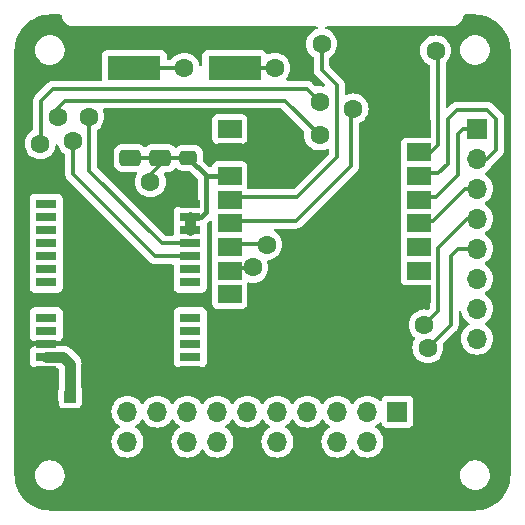
<source format=gbr>
%TF.GenerationSoftware,KiCad,Pcbnew,7.0.6*%
%TF.CreationDate,2023-09-14T12:48:26+02:00*%
%TF.ProjectId,pqunit,7071756e-6974-42e6-9b69-6361645f7063,rev?*%
%TF.SameCoordinates,Original*%
%TF.FileFunction,Copper,L1,Top*%
%TF.FilePolarity,Positive*%
%FSLAX46Y46*%
G04 Gerber Fmt 4.6, Leading zero omitted, Abs format (unit mm)*
G04 Created by KiCad (PCBNEW 7.0.6) date 2023-09-14 12:48:26*
%MOMM*%
%LPD*%
G01*
G04 APERTURE LIST*
G04 Aperture macros list*
%AMRoundRect*
0 Rectangle with rounded corners*
0 $1 Rounding radius*
0 $2 $3 $4 $5 $6 $7 $8 $9 X,Y pos of 4 corners*
0 Add a 4 corners polygon primitive as box body*
4,1,4,$2,$3,$4,$5,$6,$7,$8,$9,$2,$3,0*
0 Add four circle primitives for the rounded corners*
1,1,$1+$1,$2,$3*
1,1,$1+$1,$4,$5*
1,1,$1+$1,$6,$7*
1,1,$1+$1,$8,$9*
0 Add four rect primitives between the rounded corners*
20,1,$1+$1,$2,$3,$4,$5,0*
20,1,$1+$1,$4,$5,$6,$7,0*
20,1,$1+$1,$6,$7,$8,$9,0*
20,1,$1+$1,$8,$9,$2,$3,0*%
G04 Aperture macros list end*
%TA.AperFunction,SMDPad,CuDef*%
%ADD10R,1.800000X0.800000*%
%TD*%
%TA.AperFunction,SMDPad,CuDef*%
%ADD11R,4.500000X2.000000*%
%TD*%
%TA.AperFunction,SMDPad,CuDef*%
%ADD12RoundRect,0.250000X0.650000X-0.412500X0.650000X0.412500X-0.650000X0.412500X-0.650000X-0.412500X0*%
%TD*%
%TA.AperFunction,SMDPad,CuDef*%
%ADD13R,2.000000X1.500000*%
%TD*%
%TA.AperFunction,ComponentPad*%
%ADD14R,1.700000X1.700000*%
%TD*%
%TA.AperFunction,ComponentPad*%
%ADD15O,1.700000X1.700000*%
%TD*%
%TA.AperFunction,SMDPad,CuDef*%
%ADD16RoundRect,0.250000X0.475000X-0.337500X0.475000X0.337500X-0.475000X0.337500X-0.475000X-0.337500X0*%
%TD*%
%TA.AperFunction,SMDPad,CuDef*%
%ADD17R,1.050000X2.200000*%
%TD*%
%TA.AperFunction,SMDPad,CuDef*%
%ADD18R,1.000000X1.000000*%
%TD*%
%TA.AperFunction,ViaPad*%
%ADD19C,1.600000*%
%TD*%
%TA.AperFunction,Conductor*%
%ADD20C,0.900000*%
%TD*%
%TA.AperFunction,Conductor*%
%ADD21C,0.400000*%
%TD*%
%TA.AperFunction,Conductor*%
%ADD22C,0.330200*%
%TD*%
G04 APERTURE END LIST*
D10*
%TO.P,U3,24,GND_4*%
%TO.N,GND*%
X136808400Y-106842800D03*
%TO.P,U3,23,VCC*%
%TO.N,+3V3*%
X136808400Y-107942800D03*
%TO.P,U3,22,VBAT*%
X136808400Y-109042800D03*
%TO.P,U3,21,RXD1*%
%TO.N,GPS_RX*%
X136808400Y-110142800D03*
%TO.P,U3,20,TXD1*%
%TO.N,GPS_TX*%
X136808400Y-111242800D03*
%TO.P,U3,19,SCL*%
%TO.N,unconnected-(U3-SCL-Pad19)*%
X136808400Y-112342800D03*
%TO.P,U3,18,SDA*%
%TO.N,unconnected-(U3-SDA-Pad18)*%
X136808400Y-113442800D03*
%TO.P,U3,17,RXD2*%
%TO.N,unconnected-(U3-RXD2-Pad17)*%
X136808400Y-116442800D03*
%TO.P,U3,16,TXD2*%
%TO.N,unconnected-(U3-TXD2-Pad16)*%
X136808400Y-117542800D03*
%TO.P,U3,15,NC_6*%
%TO.N,unconnected-(U3-NC_6-Pad15)*%
X136808400Y-118642800D03*
%TO.P,U3,14,NC_5*%
%TO.N,unconnected-(U3-NC_5-Pad14)*%
X136808400Y-119742800D03*
%TO.P,U3,13,GND_3*%
%TO.N,GND*%
X136808400Y-120842800D03*
%TO.P,U3,12,GND_2*%
X124608400Y-120842800D03*
%TO.P,U3,11,RF_IN*%
%TO.N,Net-(J3-In)*%
X124608400Y-119742800D03*
%TO.P,U3,10,GND_1*%
%TO.N,GND*%
X124608400Y-118642800D03*
%TO.P,U3,9,VCC_RF*%
%TO.N,unconnected-(U3-VCC_RF-Pad9)*%
X124608400Y-117542800D03*
%TO.P,U3,8,NRESET*%
%TO.N,unconnected-(U3-NRESET-Pad8)*%
X124608400Y-116442800D03*
%TO.P,U3,7,NC_4*%
%TO.N,unconnected-(U3-NC_4-Pad7)*%
X124608400Y-113442800D03*
%TO.P,U3,6,NC_3*%
%TO.N,unconnected-(U3-NC_3-Pad6)*%
X124608400Y-112342800D03*
%TO.P,U3,5,NC_2*%
%TO.N,unconnected-(U3-NC_2-Pad5)*%
X124608400Y-111242800D03*
%TO.P,U3,4,RESERVED_2*%
%TO.N,unconnected-(U3-RESERVED_2-Pad4)*%
X124608400Y-110142800D03*
%TO.P,U3,3,1PPS*%
%TO.N,unconnected-(U3-1PPS-Pad3)*%
X124608400Y-109042800D03*
%TO.P,U3,2,RESERVED_1*%
%TO.N,unconnected-(U3-RESERVED_1-Pad2)*%
X124608400Y-107942800D03*
%TO.P,U3,1,NC_1*%
%TO.N,unconnected-(U3-NC_1-Pad1)*%
X124608400Y-106842800D03*
%TD*%
D11*
%TO.P,Y1,1,1*%
%TO.N,Net-(U1-PB6(XTAL1{slash}TOSC1))*%
X132063600Y-95300800D03*
%TO.P,Y1,2,2*%
%TO.N,Net-(U1-PB7(XTAL2{slash}TOSC2))*%
X140563600Y-95300800D03*
%TD*%
D12*
%TO.P,C10,1*%
%TO.N,+3V3*%
X134264400Y-102908500D03*
%TO.P,C10,2*%
%TO.N,GND*%
X134264400Y-99783500D03*
%TD*%
D13*
%TO.P,U2,1,ANT*%
%TO.N,unconnected-(U2-ANT-Pad1)*%
X140132800Y-100442000D03*
%TO.P,U2,2,GND*%
%TO.N,GND*%
X140132800Y-102442000D03*
%TO.P,U2,3,VDD*%
%TO.N,+3V3*%
X140132800Y-104442000D03*
%TO.P,U2,4,~{RESET}*%
%TO.N,RF_NRESET*%
X140132800Y-106442000D03*
%TO.P,U2,5,DIO0*%
%TO.N,RF_DIO0*%
X140132800Y-108442000D03*
%TO.P,U2,6,DIO1*%
%TO.N,RF_DIO1*%
X140132800Y-110442000D03*
%TO.P,U2,7,DIO2*%
%TO.N,RF_DIO2*%
X140132800Y-112442000D03*
%TO.P,U2,8,DIO3*%
%TO.N,unconnected-(U2-DIO3-Pad8)*%
X140132800Y-114442000D03*
%TO.P,U2,9,GND*%
%TO.N,GND*%
X156132800Y-114442000D03*
%TO.P,U2,10,DIO4*%
%TO.N,unconnected-(U2-DIO4-Pad10)*%
X156132800Y-112442000D03*
%TO.P,U2,11,DIO5*%
%TO.N,unconnected-(U2-DIO5-Pad11)*%
X156132800Y-110442000D03*
%TO.P,U2,12,SCK*%
%TO.N,SPI_SCK*%
X156132800Y-108442000D03*
%TO.P,U2,13,MISO*%
%TO.N,SPI_MISO*%
X156132800Y-106442000D03*
%TO.P,U2,14,MOSI*%
%TO.N,SPI_MOSI*%
X156132800Y-104442000D03*
%TO.P,U2,15,~{NSS}*%
%TO.N,RF_NSS*%
X156132800Y-102442000D03*
%TO.P,U2,16,GND*%
%TO.N,GND*%
X156132800Y-100442000D03*
%TD*%
D14*
%TO.P,J1,1,SDA*%
%TO.N,RS485_SDA*%
X154350000Y-124390000D03*
D15*
%TO.P,J1,2,GND*%
%TO.N,GND*%
X154350000Y-126930000D03*
%TO.P,J1,3,SDB*%
%TO.N,RS485_SDB*%
X151810000Y-124390000D03*
%TO.P,J1,4,V1*%
%TO.N,unconnected-(J1-V1-Pad4)*%
X151810000Y-126930000D03*
%TO.P,J1,5,VBat*%
%TO.N,unconnected-(J1-VBat-Pad5)*%
X149270000Y-124390000D03*
%TO.P,J1,6,5V*%
%TO.N,unconnected-(J1-5V-Pad6)*%
X149270000Y-126930000D03*
%TO.P,J1,7,3V3*%
%TO.N,+3V3*%
X146730000Y-124390000D03*
%TO.P,J1,8,GND*%
%TO.N,GND*%
X146730000Y-126930000D03*
%TO.P,J1,9,V2*%
%TO.N,unconnected-(J1-V2-Pad9)*%
X144190000Y-124390000D03*
%TO.P,J1,10,V3*%
%TO.N,unconnected-(J1-V3-Pad10)*%
X144190000Y-126930000D03*
%TO.P,J1,11,SDL*%
%TO.N,I2C_SDA*%
X141650000Y-124390000D03*
%TO.P,J1,12,GND*%
%TO.N,GND*%
X141650000Y-126930000D03*
%TO.P,J1,13,SCK*%
%TO.N,I2C_SCL*%
X139110000Y-124390000D03*
%TO.P,J1,14,S1_5V*%
%TO.N,unconnected-(J1-S1_5V-Pad14)*%
X139110000Y-126930000D03*
%TO.P,J1,15,S2_5V*%
%TO.N,unconnected-(J1-S2_5V-Pad15)*%
X136570000Y-124390000D03*
%TO.P,J1,16,S1_3V3*%
%TO.N,unconnected-(J1-S1_3V3-Pad16)*%
X136570000Y-126930000D03*
%TO.P,J1,17,S2_3V3*%
%TO.N,unconnected-(J1-S2_3V3-Pad17)*%
X134030000Y-124390000D03*
%TO.P,J1,18,GND*%
%TO.N,GND*%
X134030000Y-126930000D03*
%TO.P,J1,19,PPS*%
%TO.N,unconnected-(J1-PPS-Pad19)*%
X131490000Y-124390000D03*
%TO.P,J1,20,V4*%
%TO.N,unconnected-(J1-V4-Pad20)*%
X131490000Y-126930000D03*
%TD*%
D16*
%TO.P,C8,2*%
%TO.N,GND*%
X136652000Y-100816500D03*
%TO.P,C8,1*%
%TO.N,+3V3*%
X136652000Y-102891500D03*
%TD*%
D14*
%TO.P,J2,1,Pin_1*%
%TO.N,SPI_MISO*%
X161086800Y-100431600D03*
D15*
%TO.P,J2,2,Pin_2*%
%TO.N,SPI_MOSI*%
X161086800Y-102971600D03*
%TO.P,J2,3,Pin_3*%
%TO.N,SPI_SCK*%
X161086800Y-105511600D03*
%TO.P,J2,4,Pin_4*%
%TO.N,RS485_NRE*%
X161086800Y-108051600D03*
%TO.P,J2,5,Pin_5*%
%TO.N,RS485_DE*%
X161086800Y-110591600D03*
%TO.P,J2,6,Pin_6*%
%TO.N,MCU_NRESET*%
X161086800Y-113131600D03*
%TO.P,J2,7,Pin_7*%
%TO.N,MCU_RX*%
X161086800Y-115671600D03*
%TO.P,J2,8,Pin_8*%
%TO.N,MCU_TX*%
X161086800Y-118211600D03*
%TO.P,J2,9,Pin_9*%
%TO.N,GND*%
X161086800Y-120751600D03*
%TO.P,J2,10,Pin_10*%
X161086800Y-123291600D03*
%TD*%
D17*
%TO.P,J3,2,Ext*%
%TO.N,GND*%
X125169400Y-124612400D03*
D18*
X126644400Y-126112400D03*
D17*
X128119400Y-124612400D03*
D18*
%TO.P,J3,1,In*%
%TO.N,Net-(J3-In)*%
X126644400Y-123112400D03*
%TD*%
D12*
%TO.P,C6,2*%
%TO.N,GND*%
X131724400Y-99783500D03*
%TO.P,C6,1*%
%TO.N,+3V3*%
X131724400Y-102908500D03*
%TD*%
D19*
%TO.N,GND*%
X135839200Y-105003600D03*
%TO.N,I2C_SCL*%
X124104400Y-101701600D03*
%TO.N,I2C_SDA*%
X125628400Y-99415600D03*
%TO.N,GND*%
X154453300Y-96418400D03*
%TO.N,+3V3*%
X133431259Y-104939431D03*
%TO.N,I2C_SDA*%
X147747700Y-100972600D03*
%TO.N,I2C_SCL*%
X147747700Y-98127800D03*
%TO.N,RF_DIO1*%
X143277300Y-110236000D03*
%TO.N,RF_DIO2*%
X142108900Y-112166400D03*
%TO.N,Net-(U1-PB6(XTAL1{slash}TOSC1))*%
X136296400Y-95300800D03*
%TO.N,Net-(U1-PB7(XTAL2{slash}TOSC2))*%
X143967200Y-95300800D03*
%TO.N,RF_NSS*%
X157581600Y-93827600D03*
%TO.N,RF_NRESET*%
X147927665Y-93241235D03*
%TO.N,RF_DIO0*%
X150592500Y-98737400D03*
%TO.N,RS485_NRE*%
X156616400Y-117043200D03*
%TO.N,RS485_DE*%
X156921200Y-118973600D03*
%TO.N,GPS_TX*%
X126898400Y-101498400D03*
%TO.N,GPS_RX*%
X128219200Y-99415600D03*
%TD*%
D20*
%TO.N,Net-(J3-In)*%
X126042000Y-119742800D02*
X124608400Y-119742800D01*
X126644400Y-120345200D02*
X126042000Y-119742800D01*
X126644400Y-123112400D02*
X126644400Y-120345200D01*
D21*
%TO.N,+3V3*%
X138176000Y-107492800D02*
X137726000Y-107942800D01*
X138176000Y-104415500D02*
X138176000Y-107492800D01*
X138202500Y-104442000D02*
X138176000Y-104415500D01*
D22*
%TO.N,GPS_RX*%
X128270000Y-103987600D02*
X134425200Y-110142800D01*
X128270000Y-99466400D02*
X128270000Y-103987600D01*
X128219200Y-99415600D02*
X128270000Y-99466400D01*
%TO.N,GPS_TX*%
X133848800Y-111242800D02*
X136808400Y-111242800D01*
X126898400Y-104292400D02*
X133848800Y-111242800D01*
X126898400Y-101498400D02*
X126898400Y-104292400D01*
D20*
%TO.N,+3V3*%
X136808400Y-107942800D02*
X136808400Y-109042800D01*
D22*
%TO.N,GPS_RX*%
X134425200Y-110142800D02*
X136808400Y-110142800D01*
D21*
%TO.N,+3V3*%
X137726000Y-107942800D02*
X136808400Y-107942800D01*
D22*
%TO.N,SPI_MISO*%
X159867600Y-100431600D02*
X161086800Y-100431600D01*
X159461200Y-100838000D02*
X159867600Y-100431600D01*
X159461200Y-104343200D02*
X159461200Y-100838000D01*
X157583400Y-106221000D02*
X159461200Y-104343200D01*
X156353800Y-106221000D02*
X157583400Y-106221000D01*
X156132800Y-106442000D02*
X156353800Y-106221000D01*
%TO.N,SPI_MOSI*%
X157805400Y-104221000D02*
X156353800Y-104221000D01*
X156353800Y-104221000D02*
X156132800Y-104442000D01*
X158597600Y-99618800D02*
X158597600Y-103428800D01*
X159410400Y-98806000D02*
X158597600Y-99618800D01*
X162712400Y-99568000D02*
X161950400Y-98806000D01*
X161950400Y-98806000D02*
X159410400Y-98806000D01*
X162712400Y-102209600D02*
X162712400Y-99568000D01*
X161950400Y-102971600D02*
X162712400Y-102209600D01*
X158597600Y-103428800D02*
X157805400Y-104221000D01*
X161086800Y-102971600D02*
X161950400Y-102971600D01*
%TO.N,RF_NSS*%
X157146000Y-102442000D02*
X156132800Y-102442000D01*
X157784800Y-101803200D02*
X157146000Y-102442000D01*
X157784800Y-94030800D02*
X157784800Y-101803200D01*
X157581600Y-93827600D02*
X157784800Y-94030800D01*
%TO.N,SPI_SCK*%
X156353800Y-108221000D02*
X157361400Y-108221000D01*
X156132800Y-108442000D02*
X156353800Y-108221000D01*
%TO.N,RF_DIO2*%
X140353800Y-112221000D02*
X142054300Y-112221000D01*
X140132800Y-112442000D02*
X140353800Y-112221000D01*
%TO.N,RF_DIO1*%
X143262300Y-110221000D02*
X143277300Y-110236000D01*
%TO.N,SPI_SCK*%
X160070800Y-105511600D02*
X161086800Y-105511600D01*
%TO.N,RF_DIO1*%
X140353800Y-110221000D02*
X143262300Y-110221000D01*
X140132800Y-110442000D02*
X140353800Y-110221000D01*
%TO.N,RF_DIO0*%
X140353800Y-108221000D02*
X140132800Y-108442000D01*
X150440100Y-103563400D02*
X145782500Y-108221000D01*
X150440100Y-98889800D02*
X150440100Y-103563400D01*
X150592500Y-98737400D02*
X150440100Y-98889800D01*
%TO.N,RF_NRESET*%
X140353800Y-106221000D02*
X140132800Y-106442000D01*
X149220900Y-102852200D02*
X145852100Y-106221000D01*
X149220900Y-96756200D02*
X149220900Y-102852200D01*
X147927665Y-95462965D02*
X149220900Y-96756200D01*
X147927665Y-93241235D02*
X147927665Y-95462965D01*
D21*
%TO.N,+3V3*%
X140132800Y-104442000D02*
X138202500Y-104442000D01*
D22*
%TO.N,RF_DIO0*%
X145782500Y-108221000D02*
X140353800Y-108221000D01*
%TO.N,SPI_SCK*%
X157361400Y-108221000D02*
X160070800Y-105511600D01*
D21*
%TO.N,+3V3*%
X138202500Y-104442000D02*
X136652000Y-102891500D01*
D22*
%TO.N,RF_DIO2*%
X142054300Y-112221000D02*
X142108900Y-112166400D01*
%TO.N,RF_NRESET*%
X145852100Y-106221000D02*
X140353800Y-106221000D01*
%TO.N,RS485_NRE*%
X160223200Y-108051600D02*
X161086800Y-108051600D01*
X157784800Y-110490000D02*
X160223200Y-108051600D01*
X157784800Y-115874800D02*
X157784800Y-110490000D01*
X156616400Y-117043200D02*
X157784800Y-115874800D01*
%TO.N,RS485_DE*%
X156921200Y-118973600D02*
X158851600Y-117043200D01*
X158851600Y-117043200D02*
X158851600Y-111201200D01*
X158851600Y-111201200D02*
X159461200Y-110591600D01*
X159461200Y-110591600D02*
X161086800Y-110591600D01*
%TO.N,+3V3*%
X134264400Y-103530400D02*
X134264400Y-102908500D01*
X133431259Y-104363541D02*
X134264400Y-103530400D01*
X133431259Y-104939431D02*
X133431259Y-104363541D01*
%TO.N,I2C_SCL*%
X146647900Y-97028000D02*
X147747700Y-98127800D01*
X125222000Y-97028000D02*
X146647900Y-97028000D01*
X124104400Y-101701600D02*
X124155200Y-101650800D01*
X124155200Y-101650800D02*
X124155200Y-98094800D01*
X124155200Y-98094800D02*
X125222000Y-97028000D01*
%TO.N,I2C_SDA*%
X144819100Y-98044000D02*
X147747700Y-100972600D01*
X125628400Y-98653600D02*
X126238000Y-98044000D01*
X126238000Y-98044000D02*
X144819100Y-98044000D01*
X125628400Y-99415600D02*
X125628400Y-98653600D01*
%TO.N,+3V3*%
X131724400Y-102908500D02*
X134264400Y-102908500D01*
X134281400Y-102891500D02*
X134264400Y-102908500D01*
X136652000Y-102891500D02*
X134281400Y-102891500D01*
%TO.N,Net-(U1-PB6(XTAL1{slash}TOSC1))*%
X132063600Y-95300800D02*
X136296400Y-95300800D01*
%TO.N,Net-(U1-PB7(XTAL2{slash}TOSC2))*%
X140563600Y-95300800D02*
X143967200Y-95300800D01*
%TD*%
%TA.AperFunction,Conductor*%
%TO.N,GND*%
G36*
X125867145Y-90780185D02*
G01*
X125912900Y-90832989D01*
X125922222Y-90862969D01*
X125930628Y-90910646D01*
X125929311Y-90922448D01*
X125936343Y-90945629D01*
X125938072Y-90952866D01*
X125949899Y-91019940D01*
X125978162Y-91097592D01*
X125978991Y-91110639D01*
X125987128Y-91125862D01*
X125994292Y-91141905D01*
X126009776Y-91184448D01*
X126009777Y-91184449D01*
X126058578Y-91268974D01*
X126062055Y-91283309D01*
X126071792Y-91295173D01*
X126083326Y-91311838D01*
X126097307Y-91336053D01*
X126100414Y-91340491D01*
X126100038Y-91340754D01*
X126109371Y-91354560D01*
X126111254Y-91358082D01*
X126129702Y-91374661D01*
X126168914Y-91421393D01*
X126175484Y-91436406D01*
X126185928Y-91444977D01*
X126202254Y-91461126D01*
X126209837Y-91470163D01*
X126218872Y-91477744D01*
X126235020Y-91494070D01*
X126239146Y-91499098D01*
X126258606Y-91511085D01*
X126305337Y-91550297D01*
X126315234Y-91565172D01*
X126325438Y-91570627D01*
X126339245Y-91579961D01*
X126339509Y-91579586D01*
X126343945Y-91582692D01*
X126368163Y-91596675D01*
X126384824Y-91608206D01*
X126391770Y-91613906D01*
X126411025Y-91621421D01*
X126495547Y-91670221D01*
X126495551Y-91670222D01*
X126495555Y-91670225D01*
X126538103Y-91685711D01*
X126554143Y-91692874D01*
X126564334Y-91698321D01*
X126582407Y-91701836D01*
X126660062Y-91730101D01*
X126727145Y-91741929D01*
X126734379Y-91743657D01*
X126752543Y-91749167D01*
X126769350Y-91749370D01*
X126832468Y-91760500D01*
X126832472Y-91760500D01*
X126922041Y-91760500D01*
X126928121Y-91760799D01*
X126964302Y-91764362D01*
X126987096Y-91760500D01*
X147487220Y-91760500D01*
X147554259Y-91780185D01*
X147600014Y-91832989D01*
X147609958Y-91902147D01*
X147580933Y-91965703D01*
X147522155Y-92003477D01*
X147519313Y-92004275D01*
X147481176Y-92014493D01*
X147481167Y-92014496D01*
X147274932Y-92110666D01*
X147274930Y-92110667D01*
X147088523Y-92241189D01*
X146927619Y-92402093D01*
X146797097Y-92588500D01*
X146797096Y-92588502D01*
X146700926Y-92794737D01*
X146700923Y-92794746D01*
X146642031Y-93014537D01*
X146642029Y-93014548D01*
X146622197Y-93241233D01*
X146622197Y-93241236D01*
X146642029Y-93467921D01*
X146642031Y-93467932D01*
X146700923Y-93687723D01*
X146700926Y-93687732D01*
X146797096Y-93893967D01*
X146797097Y-93893969D01*
X146927619Y-94080376D01*
X147088522Y-94241279D01*
X147088525Y-94241281D01*
X147088526Y-94241282D01*
X147209188Y-94325769D01*
X147252813Y-94380345D01*
X147262065Y-94427344D01*
X147262065Y-95440977D01*
X147261952Y-95444721D01*
X147258400Y-95503444D01*
X147258400Y-95503448D01*
X147269001Y-95561301D01*
X147269564Y-95565002D01*
X147276658Y-95623421D01*
X147276659Y-95623426D01*
X147279874Y-95631902D01*
X147285899Y-95653512D01*
X147287535Y-95662440D01*
X147311677Y-95716082D01*
X147313110Y-95719542D01*
X147333975Y-95774556D01*
X147339128Y-95782022D01*
X147350149Y-95801562D01*
X147353870Y-95809828D01*
X147353875Y-95809837D01*
X147390153Y-95856143D01*
X147392372Y-95859159D01*
X147417943Y-95896202D01*
X147425797Y-95907581D01*
X147469850Y-95946608D01*
X147472524Y-95949125D01*
X148013887Y-96490488D01*
X148181512Y-96658113D01*
X148214997Y-96719436D01*
X148210013Y-96789128D01*
X148168141Y-96845061D01*
X148102677Y-96869478D01*
X148061738Y-96865569D01*
X147974397Y-96842166D01*
X147974393Y-96842165D01*
X147974392Y-96842165D01*
X147974391Y-96842164D01*
X147974386Y-96842164D01*
X147747702Y-96822332D01*
X147747699Y-96822332D01*
X147521013Y-96842164D01*
X147521009Y-96842164D01*
X147521008Y-96842165D01*
X147521003Y-96842166D01*
X147521000Y-96842167D01*
X147497373Y-96848497D01*
X147427523Y-96846832D01*
X147377603Y-96816402D01*
X147276916Y-96715715D01*
X147134077Y-96572876D01*
X147131526Y-96570165D01*
X147092516Y-96526132D01*
X147081137Y-96518278D01*
X147044094Y-96492707D01*
X147041078Y-96490488D01*
X146994772Y-96454210D01*
X146994770Y-96454209D01*
X146994769Y-96454208D01*
X146994765Y-96454206D01*
X146994763Y-96454205D01*
X146986497Y-96450484D01*
X146966957Y-96439463D01*
X146959491Y-96434310D01*
X146959492Y-96434310D01*
X146904477Y-96413445D01*
X146901017Y-96412012D01*
X146847375Y-96387870D01*
X146847376Y-96387870D01*
X146838447Y-96386234D01*
X146816837Y-96380209D01*
X146808361Y-96376994D01*
X146808356Y-96376993D01*
X146749937Y-96369899D01*
X146746236Y-96369336D01*
X146688386Y-96358735D01*
X146688379Y-96358735D01*
X146629657Y-96362287D01*
X146625913Y-96362400D01*
X145044149Y-96362400D01*
X144977110Y-96342715D01*
X144931355Y-96289911D01*
X144921411Y-96220753D01*
X144950436Y-96157197D01*
X144956468Y-96150719D01*
X144967245Y-96139941D01*
X144967244Y-96139941D01*
X144967247Y-96139939D01*
X145097768Y-95953534D01*
X145193939Y-95747296D01*
X145252835Y-95527492D01*
X145272668Y-95300800D01*
X145252835Y-95074108D01*
X145193939Y-94854304D01*
X145097768Y-94648066D01*
X144980322Y-94480334D01*
X144967245Y-94461658D01*
X144806341Y-94300754D01*
X144619934Y-94170232D01*
X144619932Y-94170231D01*
X144413697Y-94074061D01*
X144413688Y-94074058D01*
X144193897Y-94015166D01*
X144193893Y-94015165D01*
X144193892Y-94015165D01*
X144193891Y-94015164D01*
X144193886Y-94015164D01*
X143967202Y-93995332D01*
X143967198Y-93995332D01*
X143740513Y-94015164D01*
X143740502Y-94015166D01*
X143520711Y-94074058D01*
X143520697Y-94074063D01*
X143423031Y-94119606D01*
X143353954Y-94130098D01*
X143290170Y-94101578D01*
X143264407Y-94064746D01*
X143261647Y-94066254D01*
X143257393Y-94058464D01*
X143171147Y-93943255D01*
X143171144Y-93943252D01*
X143055935Y-93857006D01*
X143055928Y-93857002D01*
X142921082Y-93806708D01*
X142921083Y-93806708D01*
X142861483Y-93800301D01*
X142861481Y-93800300D01*
X142861473Y-93800300D01*
X142861464Y-93800300D01*
X138265729Y-93800300D01*
X138265723Y-93800301D01*
X138206116Y-93806708D01*
X138071271Y-93857002D01*
X138071264Y-93857006D01*
X137956055Y-93943252D01*
X137956052Y-93943255D01*
X137869806Y-94058464D01*
X137869802Y-94058471D01*
X137819508Y-94193317D01*
X137814352Y-94241279D01*
X137813101Y-94252923D01*
X137813100Y-94252935D01*
X137813100Y-94994581D01*
X137793415Y-95061620D01*
X137740611Y-95107375D01*
X137671453Y-95117319D01*
X137607897Y-95088294D01*
X137570123Y-95029516D01*
X137569325Y-95026674D01*
X137561161Y-94996207D01*
X137523139Y-94854304D01*
X137426968Y-94648066D01*
X137309522Y-94480334D01*
X137296445Y-94461658D01*
X137135541Y-94300754D01*
X136949134Y-94170232D01*
X136949132Y-94170231D01*
X136742897Y-94074061D01*
X136742888Y-94074058D01*
X136523097Y-94015166D01*
X136523093Y-94015165D01*
X136523092Y-94015165D01*
X136523091Y-94015164D01*
X136523086Y-94015164D01*
X136296402Y-93995332D01*
X136296398Y-93995332D01*
X136069713Y-94015164D01*
X136069702Y-94015166D01*
X135849911Y-94074058D01*
X135849902Y-94074061D01*
X135643667Y-94170231D01*
X135643665Y-94170232D01*
X135457258Y-94300754D01*
X135296354Y-94461658D01*
X135211865Y-94582323D01*
X135157288Y-94625948D01*
X135110290Y-94635200D01*
X134938099Y-94635200D01*
X134871060Y-94615515D01*
X134825305Y-94562711D01*
X134814099Y-94511200D01*
X134814099Y-94252929D01*
X134814098Y-94252923D01*
X134814097Y-94252916D01*
X134807691Y-94193317D01*
X134806204Y-94189331D01*
X134757397Y-94058471D01*
X134757393Y-94058464D01*
X134671147Y-93943255D01*
X134671144Y-93943252D01*
X134555935Y-93857006D01*
X134555928Y-93857002D01*
X134421082Y-93806708D01*
X134421083Y-93806708D01*
X134361483Y-93800301D01*
X134361481Y-93800300D01*
X134361473Y-93800300D01*
X134361464Y-93800300D01*
X129765729Y-93800300D01*
X129765723Y-93800301D01*
X129706116Y-93806708D01*
X129571271Y-93857002D01*
X129571264Y-93857006D01*
X129456055Y-93943252D01*
X129456052Y-93943255D01*
X129369806Y-94058464D01*
X129369802Y-94058471D01*
X129319508Y-94193317D01*
X129314352Y-94241279D01*
X129313100Y-94252927D01*
X129313100Y-95300798D01*
X129313101Y-96238400D01*
X129293416Y-96305439D01*
X129240613Y-96351194D01*
X129189101Y-96362400D01*
X125243987Y-96362400D01*
X125240243Y-96362287D01*
X125181520Y-96358735D01*
X125181513Y-96358735D01*
X125142558Y-96365873D01*
X125123653Y-96369337D01*
X125119964Y-96369899D01*
X125061541Y-96376993D01*
X125053057Y-96380211D01*
X125031453Y-96386233D01*
X125022534Y-96387867D01*
X125022524Y-96387871D01*
X124968878Y-96412014D01*
X124965420Y-96413446D01*
X124910407Y-96434311D01*
X124910406Y-96434311D01*
X124902937Y-96439467D01*
X124883405Y-96450483D01*
X124875130Y-96454207D01*
X124828814Y-96490492D01*
X124825800Y-96492710D01*
X124777384Y-96526131D01*
X124738366Y-96570172D01*
X124735799Y-96572898D01*
X123700098Y-97608599D01*
X123697372Y-97611166D01*
X123653331Y-97650184D01*
X123619910Y-97698600D01*
X123617692Y-97701614D01*
X123581407Y-97747930D01*
X123577683Y-97756205D01*
X123566667Y-97775737D01*
X123561511Y-97783206D01*
X123561511Y-97783207D01*
X123540646Y-97838220D01*
X123539214Y-97841678D01*
X123515071Y-97895324D01*
X123515067Y-97895334D01*
X123513433Y-97904253D01*
X123507411Y-97925857D01*
X123504193Y-97934341D01*
X123497099Y-97992764D01*
X123496536Y-97996465D01*
X123485935Y-98054313D01*
X123485935Y-98054317D01*
X123489487Y-98113042D01*
X123489600Y-98116786D01*
X123489600Y-100479919D01*
X123469915Y-100546958D01*
X123436723Y-100581494D01*
X123265259Y-100701553D01*
X123104354Y-100862458D01*
X122973832Y-101048865D01*
X122973831Y-101048867D01*
X122877661Y-101255102D01*
X122877658Y-101255111D01*
X122818766Y-101474902D01*
X122818764Y-101474913D01*
X122798932Y-101701598D01*
X122798932Y-101701601D01*
X122818764Y-101928286D01*
X122818766Y-101928297D01*
X122877658Y-102148088D01*
X122877661Y-102148097D01*
X122973831Y-102354332D01*
X122973832Y-102354334D01*
X123104354Y-102540741D01*
X123265258Y-102701645D01*
X123265261Y-102701647D01*
X123451666Y-102832168D01*
X123657904Y-102928339D01*
X123877708Y-102987235D01*
X124039630Y-103001401D01*
X124104398Y-103007068D01*
X124104400Y-103007068D01*
X124104402Y-103007068D01*
X124161073Y-103002109D01*
X124331092Y-102987235D01*
X124550896Y-102928339D01*
X124757134Y-102832168D01*
X124943539Y-102701647D01*
X125104447Y-102540739D01*
X125234968Y-102354334D01*
X125331139Y-102148096D01*
X125390035Y-101928292D01*
X125396969Y-101849033D01*
X125422420Y-101783968D01*
X125479010Y-101742989D01*
X125548772Y-101739110D01*
X125609556Y-101773563D01*
X125640271Y-101827749D01*
X125671659Y-101944890D01*
X125671661Y-101944897D01*
X125767831Y-102151132D01*
X125767832Y-102151134D01*
X125898354Y-102337541D01*
X126059257Y-102498444D01*
X126059260Y-102498446D01*
X126059261Y-102498447D01*
X126179923Y-102582934D01*
X126223548Y-102637510D01*
X126232800Y-102684509D01*
X126232800Y-104270412D01*
X126232687Y-104274156D01*
X126229135Y-104332879D01*
X126229135Y-104332883D01*
X126239736Y-104390736D01*
X126240299Y-104394437D01*
X126247393Y-104452856D01*
X126247394Y-104452861D01*
X126250609Y-104461337D01*
X126256634Y-104482947D01*
X126258270Y-104491875D01*
X126282412Y-104545517D01*
X126283845Y-104548977D01*
X126304710Y-104603991D01*
X126309863Y-104611457D01*
X126320884Y-104630997D01*
X126324605Y-104639263D01*
X126324610Y-104639272D01*
X126360888Y-104685578D01*
X126363107Y-104688594D01*
X126379778Y-104712744D01*
X126392145Y-104730661D01*
X126396531Y-104737014D01*
X126396532Y-104737016D01*
X126440565Y-104776026D01*
X126443292Y-104778594D01*
X133362597Y-111697898D01*
X133365164Y-111700624D01*
X133404184Y-111744668D01*
X133452597Y-111778085D01*
X133455613Y-111780304D01*
X133501931Y-111816592D01*
X133510194Y-111820311D01*
X133529747Y-111831339D01*
X133537206Y-111836488D01*
X133537207Y-111836488D01*
X133537208Y-111836489D01*
X133592232Y-111857356D01*
X133595670Y-111858781D01*
X133649327Y-111882930D01*
X133658242Y-111884563D01*
X133679864Y-111890591D01*
X133688341Y-111893806D01*
X133746752Y-111900898D01*
X133750456Y-111901462D01*
X133764540Y-111904042D01*
X133808317Y-111912065D01*
X133808318Y-111912064D01*
X133808319Y-111912065D01*
X133867047Y-111908513D01*
X133870791Y-111908400D01*
X135283900Y-111908400D01*
X135350939Y-111928085D01*
X135396694Y-111980889D01*
X135407900Y-112032400D01*
X135407900Y-112790670D01*
X135407901Y-112790676D01*
X135414308Y-112850279D01*
X135416092Y-112857826D01*
X135414629Y-112858171D01*
X135418985Y-112919171D01*
X135414573Y-112934196D01*
X135414308Y-112935317D01*
X135407901Y-112994916D01*
X135407901Y-112994923D01*
X135407900Y-112994935D01*
X135407900Y-113890670D01*
X135407901Y-113890676D01*
X135414308Y-113950283D01*
X135464602Y-114085128D01*
X135464606Y-114085135D01*
X135550852Y-114200344D01*
X135550855Y-114200347D01*
X135666064Y-114286593D01*
X135666071Y-114286597D01*
X135800917Y-114336891D01*
X135800916Y-114336891D01*
X135807844Y-114337635D01*
X135860527Y-114343300D01*
X137756272Y-114343299D01*
X137815883Y-114336891D01*
X137950731Y-114286596D01*
X138065946Y-114200346D01*
X138152196Y-114085131D01*
X138202491Y-113950283D01*
X138208900Y-113890673D01*
X138208899Y-112994928D01*
X138202491Y-112935317D01*
X138202490Y-112935315D01*
X138202490Y-112935312D01*
X138200708Y-112927769D01*
X138202173Y-112927422D01*
X138197809Y-112866451D01*
X138202219Y-112851433D01*
X138202489Y-112850288D01*
X138202491Y-112850283D01*
X138208900Y-112790673D01*
X138208899Y-111894928D01*
X138202491Y-111835317D01*
X138202490Y-111835315D01*
X138202490Y-111835312D01*
X138200708Y-111827769D01*
X138202173Y-111827422D01*
X138197809Y-111766451D01*
X138202219Y-111751433D01*
X138202489Y-111750288D01*
X138202491Y-111750283D01*
X138208900Y-111690673D01*
X138208899Y-110794928D01*
X138202491Y-110735317D01*
X138202490Y-110735315D01*
X138202490Y-110735312D01*
X138200708Y-110727769D01*
X138202173Y-110727422D01*
X138197809Y-110666451D01*
X138202219Y-110651433D01*
X138202489Y-110650288D01*
X138202491Y-110650283D01*
X138208900Y-110590673D01*
X138208899Y-109694928D01*
X138202491Y-109635317D01*
X138202490Y-109635315D01*
X138202490Y-109635312D01*
X138200708Y-109627769D01*
X138202173Y-109627422D01*
X138197809Y-109566451D01*
X138202219Y-109551433D01*
X138202489Y-109550288D01*
X138202491Y-109550283D01*
X138208900Y-109490673D01*
X138208899Y-108594928D01*
X138202491Y-108535317D01*
X138201662Y-108527604D01*
X138204133Y-108527338D01*
X138207214Y-108469741D01*
X138231345Y-108428747D01*
X138235065Y-108424547D01*
X138237609Y-108421846D01*
X138420621Y-108238834D01*
X138481942Y-108205351D01*
X138551634Y-108210335D01*
X138607567Y-108252207D01*
X138631984Y-108317671D01*
X138632300Y-108326517D01*
X138632300Y-109239870D01*
X138632301Y-109239876D01*
X138638709Y-109299484D01*
X138675701Y-109398668D01*
X138680685Y-109468360D01*
X138675701Y-109485332D01*
X138638709Y-109584514D01*
X138638708Y-109584516D01*
X138632301Y-109644116D01*
X138632300Y-109644135D01*
X138632300Y-111239870D01*
X138632301Y-111239876D01*
X138638709Y-111299484D01*
X138675701Y-111398668D01*
X138680685Y-111468360D01*
X138675701Y-111485332D01*
X138638709Y-111584514D01*
X138638708Y-111584516D01*
X138632301Y-111644116D01*
X138632300Y-111644135D01*
X138632300Y-113239870D01*
X138632301Y-113239876D01*
X138638709Y-113299484D01*
X138675701Y-113398668D01*
X138680685Y-113468360D01*
X138675701Y-113485332D01*
X138638709Y-113584514D01*
X138638708Y-113584516D01*
X138632301Y-113644116D01*
X138632301Y-113644123D01*
X138632300Y-113644135D01*
X138632300Y-115239870D01*
X138632301Y-115239876D01*
X138638708Y-115299483D01*
X138689002Y-115434328D01*
X138689006Y-115434335D01*
X138775252Y-115549544D01*
X138775255Y-115549547D01*
X138890464Y-115635793D01*
X138890471Y-115635797D01*
X139025317Y-115686091D01*
X139025316Y-115686091D01*
X139032244Y-115686835D01*
X139084927Y-115692500D01*
X141180672Y-115692499D01*
X141240283Y-115686091D01*
X141375131Y-115635796D01*
X141490346Y-115549546D01*
X141576596Y-115434331D01*
X141626891Y-115299483D01*
X141633300Y-115239873D01*
X141633299Y-113644128D01*
X141626891Y-113584517D01*
X141626890Y-113584514D01*
X141626890Y-113584512D01*
X141625108Y-113576969D01*
X141626973Y-113576528D01*
X141622708Y-113517003D01*
X141656184Y-113455675D01*
X141717503Y-113422181D01*
X141775970Y-113423568D01*
X141882208Y-113452035D01*
X142044130Y-113466201D01*
X142108898Y-113471868D01*
X142108900Y-113471868D01*
X142108902Y-113471868D01*
X142165572Y-113466909D01*
X142335592Y-113452035D01*
X142555396Y-113393139D01*
X142761634Y-113296968D01*
X142843179Y-113239870D01*
X154632300Y-113239870D01*
X154632301Y-113239876D01*
X154638708Y-113299483D01*
X154689002Y-113434328D01*
X154689006Y-113434335D01*
X154775252Y-113549544D01*
X154775255Y-113549547D01*
X154890464Y-113635793D01*
X154890471Y-113635797D01*
X155025317Y-113686091D01*
X155025316Y-113686091D01*
X155032244Y-113686835D01*
X155084927Y-113692500D01*
X156995200Y-113692499D01*
X157062239Y-113712184D01*
X157107994Y-113764987D01*
X157119200Y-113816499D01*
X157119200Y-115547736D01*
X157099515Y-115614775D01*
X157082881Y-115635418D01*
X156986495Y-115731803D01*
X156925171Y-115765287D01*
X156866722Y-115763896D01*
X156843097Y-115757566D01*
X156843093Y-115757565D01*
X156843092Y-115757565D01*
X156729745Y-115747648D01*
X156616401Y-115737732D01*
X156616398Y-115737732D01*
X156389713Y-115757564D01*
X156389702Y-115757566D01*
X156169911Y-115816458D01*
X156169902Y-115816461D01*
X155963667Y-115912631D01*
X155963665Y-115912632D01*
X155777258Y-116043154D01*
X155616354Y-116204058D01*
X155485832Y-116390465D01*
X155485831Y-116390467D01*
X155389661Y-116596702D01*
X155389658Y-116596711D01*
X155330766Y-116816502D01*
X155330764Y-116816513D01*
X155310932Y-117043198D01*
X155310932Y-117043201D01*
X155330764Y-117269886D01*
X155330766Y-117269897D01*
X155389658Y-117489688D01*
X155389661Y-117489697D01*
X155485831Y-117695932D01*
X155485832Y-117695934D01*
X155616354Y-117882341D01*
X155777259Y-118043246D01*
X155815095Y-118069739D01*
X155858720Y-118124316D01*
X155865914Y-118193814D01*
X155845547Y-118242437D01*
X155790634Y-118320862D01*
X155694461Y-118527102D01*
X155694458Y-118527111D01*
X155635566Y-118746902D01*
X155635564Y-118746913D01*
X155615732Y-118973598D01*
X155615732Y-118973601D01*
X155635564Y-119200286D01*
X155635566Y-119200297D01*
X155694458Y-119420088D01*
X155694461Y-119420097D01*
X155790631Y-119626332D01*
X155790632Y-119626334D01*
X155921154Y-119812741D01*
X156082058Y-119973645D01*
X156082061Y-119973647D01*
X156268466Y-120104168D01*
X156474704Y-120200339D01*
X156694508Y-120259235D01*
X156847922Y-120272657D01*
X156921198Y-120279068D01*
X156921200Y-120279068D01*
X156921202Y-120279068D01*
X156977872Y-120274109D01*
X157147892Y-120259235D01*
X157367696Y-120200339D01*
X157573934Y-120104168D01*
X157760339Y-119973647D01*
X157921247Y-119812739D01*
X158051768Y-119626334D01*
X158147939Y-119420096D01*
X158206835Y-119200292D01*
X158226668Y-118973600D01*
X158206835Y-118746908D01*
X158200503Y-118723275D01*
X158202166Y-118653426D01*
X158232595Y-118603504D01*
X159306722Y-117529377D01*
X159309397Y-117526858D01*
X159353468Y-117487816D01*
X159386892Y-117439391D01*
X159389084Y-117436411D01*
X159425393Y-117390069D01*
X159429112Y-117381802D01*
X159440145Y-117362242D01*
X159445289Y-117354792D01*
X159466154Y-117299773D01*
X159467574Y-117296343D01*
X159491730Y-117242673D01*
X159493363Y-117233755D01*
X159499389Y-117212140D01*
X159502606Y-117203659D01*
X159509698Y-117145249D01*
X159510261Y-117141545D01*
X159520865Y-117083683D01*
X159518416Y-117043198D01*
X159517313Y-117024951D01*
X159517200Y-117021207D01*
X159517200Y-115973578D01*
X159536885Y-115906539D01*
X159589689Y-115860784D01*
X159658847Y-115850840D01*
X159722403Y-115879865D01*
X159760177Y-115938643D01*
X159760975Y-115941485D01*
X159812894Y-116135255D01*
X159812896Y-116135259D01*
X159812897Y-116135263D01*
X159844977Y-116204058D01*
X159912765Y-116349430D01*
X159912767Y-116349434D01*
X160048301Y-116542995D01*
X160048306Y-116543002D01*
X160215397Y-116710093D01*
X160215403Y-116710098D01*
X160400958Y-116840025D01*
X160444583Y-116894602D01*
X160451777Y-116964100D01*
X160420254Y-117026455D01*
X160400958Y-117043175D01*
X160215397Y-117173105D01*
X160048305Y-117340197D01*
X159912765Y-117533769D01*
X159912764Y-117533771D01*
X159812898Y-117747935D01*
X159812894Y-117747944D01*
X159751738Y-117976186D01*
X159751736Y-117976196D01*
X159731141Y-118211599D01*
X159731141Y-118211600D01*
X159751736Y-118447003D01*
X159751738Y-118447013D01*
X159812894Y-118675255D01*
X159812896Y-118675259D01*
X159812897Y-118675263D01*
X159896973Y-118855563D01*
X159912765Y-118889430D01*
X159912767Y-118889434D01*
X159979862Y-118985255D01*
X160048305Y-119083001D01*
X160215399Y-119250095D01*
X160279410Y-119294916D01*
X160408965Y-119385632D01*
X160408967Y-119385633D01*
X160408970Y-119385635D01*
X160623137Y-119485503D01*
X160851392Y-119546663D01*
X161039718Y-119563139D01*
X161086799Y-119567259D01*
X161086800Y-119567259D01*
X161086801Y-119567259D01*
X161126034Y-119563826D01*
X161322208Y-119546663D01*
X161550463Y-119485503D01*
X161764630Y-119385635D01*
X161958201Y-119250095D01*
X162125295Y-119083001D01*
X162260835Y-118889430D01*
X162360703Y-118675263D01*
X162421863Y-118447008D01*
X162442459Y-118211600D01*
X162421863Y-117976192D01*
X162360703Y-117747937D01*
X162260835Y-117533771D01*
X162257771Y-117529394D01*
X162125294Y-117340197D01*
X161958202Y-117173106D01*
X161958196Y-117173101D01*
X161772642Y-117043175D01*
X161729017Y-116988598D01*
X161721823Y-116919100D01*
X161753346Y-116856745D01*
X161772642Y-116840025D01*
X161876221Y-116767498D01*
X161958201Y-116710095D01*
X162125295Y-116543001D01*
X162260835Y-116349430D01*
X162360703Y-116135263D01*
X162421863Y-115907008D01*
X162442459Y-115671600D01*
X162439326Y-115635796D01*
X162436108Y-115599006D01*
X162421863Y-115436192D01*
X162360703Y-115207937D01*
X162260835Y-114993771D01*
X162125295Y-114800199D01*
X162125294Y-114800197D01*
X161958202Y-114633106D01*
X161958196Y-114633101D01*
X161772642Y-114503175D01*
X161729017Y-114448598D01*
X161721823Y-114379100D01*
X161753346Y-114316745D01*
X161772642Y-114300025D01*
X161794826Y-114284491D01*
X161958201Y-114170095D01*
X162125295Y-114003001D01*
X162260835Y-113809430D01*
X162360703Y-113595263D01*
X162421863Y-113367008D01*
X162442459Y-113131600D01*
X162421863Y-112896192D01*
X162360703Y-112667937D01*
X162260835Y-112453771D01*
X162218348Y-112393092D01*
X162125294Y-112260197D01*
X161958202Y-112093106D01*
X161958196Y-112093101D01*
X161772642Y-111963175D01*
X161729017Y-111908598D01*
X161721823Y-111839100D01*
X161753346Y-111776745D01*
X161772642Y-111760025D01*
X161794826Y-111744491D01*
X161958201Y-111630095D01*
X162125295Y-111463001D01*
X162260835Y-111269430D01*
X162360703Y-111055263D01*
X162421863Y-110827008D01*
X162442459Y-110591600D01*
X162421863Y-110356192D01*
X162360703Y-110127937D01*
X162260835Y-109913771D01*
X162255615Y-109906315D01*
X162125294Y-109720197D01*
X161958202Y-109553106D01*
X161958196Y-109553101D01*
X161772642Y-109423175D01*
X161729017Y-109368598D01*
X161721823Y-109299100D01*
X161753346Y-109236745D01*
X161772642Y-109220025D01*
X161794826Y-109204491D01*
X161958201Y-109090095D01*
X162125295Y-108923001D01*
X162260835Y-108729430D01*
X162360703Y-108515263D01*
X162421863Y-108287008D01*
X162442459Y-108051600D01*
X162421863Y-107816192D01*
X162362641Y-107595168D01*
X162360705Y-107587944D01*
X162360704Y-107587943D01*
X162360703Y-107587937D01*
X162260835Y-107373771D01*
X162249671Y-107357826D01*
X162125294Y-107180197D01*
X161958202Y-107013106D01*
X161958196Y-107013101D01*
X161772642Y-106883175D01*
X161729017Y-106828598D01*
X161721823Y-106759100D01*
X161753346Y-106696745D01*
X161772642Y-106680025D01*
X161794826Y-106664491D01*
X161958201Y-106550095D01*
X162125295Y-106383001D01*
X162260835Y-106189430D01*
X162360703Y-105975263D01*
X162421863Y-105747008D01*
X162442459Y-105511600D01*
X162421863Y-105276192D01*
X162360703Y-105047937D01*
X162260835Y-104833771D01*
X162258885Y-104830985D01*
X162125294Y-104640197D01*
X161958202Y-104473106D01*
X161958196Y-104473101D01*
X161772642Y-104343175D01*
X161729017Y-104288598D01*
X161721823Y-104219100D01*
X161753346Y-104156745D01*
X161772642Y-104140025D01*
X161866461Y-104074332D01*
X161958201Y-104010095D01*
X162125295Y-103843001D01*
X162260835Y-103649430D01*
X162303759Y-103557377D01*
X162339670Y-103512171D01*
X162343625Y-103509073D01*
X162346559Y-103506914D01*
X162395016Y-103473468D01*
X162434036Y-103429422D01*
X162436585Y-103426714D01*
X163167513Y-102695785D01*
X163170188Y-102693266D01*
X163214268Y-102654216D01*
X163247707Y-102605769D01*
X163249894Y-102602797D01*
X163286193Y-102556469D01*
X163289912Y-102548203D01*
X163300946Y-102528642D01*
X163306089Y-102521192D01*
X163326954Y-102466170D01*
X163328367Y-102462759D01*
X163352531Y-102409073D01*
X163354165Y-102400150D01*
X163360195Y-102378523D01*
X163363406Y-102370059D01*
X163370497Y-102311654D01*
X163371056Y-102307972D01*
X163381665Y-102250083D01*
X163380732Y-102234663D01*
X163378113Y-102191351D01*
X163378000Y-102187607D01*
X163378000Y-99589991D01*
X163378113Y-99586247D01*
X163381665Y-99527516D01*
X163371418Y-99471600D01*
X163371057Y-99469631D01*
X163370497Y-99465945D01*
X163368520Y-99449664D01*
X163363406Y-99407541D01*
X163360192Y-99399068D01*
X163354165Y-99377445D01*
X163352531Y-99368529D01*
X163352531Y-99368527D01*
X163328376Y-99314860D01*
X163326948Y-99311410D01*
X163306089Y-99256408D01*
X163300942Y-99248952D01*
X163289913Y-99229397D01*
X163286192Y-99221129D01*
X163249900Y-99174808D01*
X163247679Y-99171789D01*
X163232591Y-99149930D01*
X163214268Y-99123384D01*
X163170215Y-99084356D01*
X163167489Y-99081789D01*
X162814985Y-98729285D01*
X162436584Y-98350883D01*
X162434034Y-98348174D01*
X162395016Y-98304132D01*
X162383637Y-98296278D01*
X162346594Y-98270707D01*
X162343578Y-98268488D01*
X162297272Y-98232210D01*
X162297270Y-98232209D01*
X162297269Y-98232208D01*
X162297265Y-98232206D01*
X162297263Y-98232205D01*
X162288997Y-98228484D01*
X162269457Y-98217463D01*
X162261991Y-98212310D01*
X162261992Y-98212310D01*
X162206977Y-98191445D01*
X162203517Y-98190012D01*
X162149875Y-98165870D01*
X162149876Y-98165870D01*
X162140947Y-98164234D01*
X162119337Y-98158209D01*
X162110861Y-98154994D01*
X162110856Y-98154993D01*
X162052437Y-98147899D01*
X162048736Y-98147336D01*
X161990886Y-98136735D01*
X161990879Y-98136735D01*
X161932157Y-98140287D01*
X161928413Y-98140400D01*
X159432392Y-98140400D01*
X159428648Y-98140287D01*
X159369920Y-98136735D01*
X159369913Y-98136735D01*
X159330958Y-98143873D01*
X159312053Y-98147337D01*
X159308364Y-98147899D01*
X159249941Y-98154993D01*
X159241457Y-98158211D01*
X159219853Y-98164233D01*
X159210934Y-98165867D01*
X159210927Y-98165870D01*
X159157274Y-98190016D01*
X159153815Y-98191449D01*
X159098807Y-98212310D01*
X159098806Y-98212311D01*
X159091346Y-98217461D01*
X159071804Y-98228483D01*
X159063532Y-98232205D01*
X159017209Y-98268497D01*
X159014193Y-98270716D01*
X158965785Y-98304131D01*
X158965781Y-98304134D01*
X158926758Y-98348181D01*
X158924191Y-98350907D01*
X158662080Y-98613018D01*
X158600757Y-98646503D01*
X158531065Y-98641519D01*
X158475132Y-98599647D01*
X158450715Y-98534183D01*
X158450400Y-98525364D01*
X158450400Y-94849348D01*
X158470085Y-94782309D01*
X158486714Y-94761671D01*
X158581647Y-94666739D01*
X158712168Y-94480334D01*
X158808339Y-94274096D01*
X158867235Y-94054292D01*
X158887068Y-93827600D01*
X158881154Y-93760002D01*
X159664723Y-93760002D01*
X159683793Y-93977975D01*
X159683793Y-93977979D01*
X159740422Y-94189322D01*
X159740424Y-94189326D01*
X159740425Y-94189330D01*
X159785127Y-94285194D01*
X159832897Y-94387638D01*
X159857998Y-94423486D01*
X159958402Y-94566877D01*
X160113123Y-94721598D01*
X160292361Y-94847102D01*
X160490670Y-94939575D01*
X160490675Y-94939576D01*
X160490679Y-94939578D01*
X160515749Y-94946295D01*
X160525775Y-94948981D01*
X160528882Y-94949902D01*
X160532944Y-94951221D01*
X160532948Y-94951223D01*
X160540977Y-94953054D01*
X160702023Y-94996207D01*
X160743207Y-94999810D01*
X160751594Y-95001128D01*
X160788667Y-95009591D01*
X160820835Y-95006601D01*
X160920000Y-95015277D01*
X160965291Y-95011314D01*
X160973461Y-95011142D01*
X160976194Y-95011265D01*
X160976196Y-95011264D01*
X160981749Y-95011515D01*
X160981763Y-95011514D01*
X161011648Y-95012856D01*
X161041479Y-95004649D01*
X161137977Y-94996207D01*
X161185915Y-94983361D01*
X161193643Y-94981810D01*
X161195356Y-94981577D01*
X161198713Y-94981123D01*
X161198715Y-94981122D01*
X161200819Y-94980837D01*
X161200840Y-94980834D01*
X161231609Y-94976666D01*
X161258282Y-94963971D01*
X161314234Y-94948979D01*
X161349320Y-94939578D01*
X161349323Y-94939576D01*
X161349330Y-94939575D01*
X161398182Y-94916794D01*
X161405193Y-94914032D01*
X161412274Y-94911732D01*
X161412277Y-94911730D01*
X161414252Y-94911089D01*
X161414263Y-94911085D01*
X161441653Y-94902185D01*
X161464517Y-94885862D01*
X161547639Y-94847102D01*
X161595328Y-94813709D01*
X161601502Y-94809904D01*
X161610013Y-94805325D01*
X161610015Y-94805322D01*
X161612472Y-94804001D01*
X161614913Y-94802688D01*
X161614919Y-94802684D01*
X161635152Y-94791796D01*
X161653773Y-94772785D01*
X161726877Y-94721598D01*
X161771182Y-94677292D01*
X161776336Y-94672685D01*
X161785574Y-94665319D01*
X161785578Y-94665313D01*
X161789468Y-94662212D01*
X161790866Y-94661640D01*
X161794299Y-94658359D01*
X161806039Y-94648996D01*
X161820180Y-94628294D01*
X161881598Y-94566877D01*
X161920146Y-94511824D01*
X161924206Y-94506641D01*
X161932456Y-94497198D01*
X161935022Y-94495564D01*
X161940654Y-94487813D01*
X161948945Y-94478322D01*
X161958596Y-94456912D01*
X162007102Y-94387639D01*
X162037462Y-94322531D01*
X162040416Y-94316960D01*
X162041646Y-94314899D01*
X162044777Y-94309659D01*
X162048076Y-94306606D01*
X162054205Y-94293881D01*
X162059395Y-94285194D01*
X162064752Y-94264006D01*
X162099575Y-94189330D01*
X162100105Y-94187354D01*
X162104692Y-94170232D01*
X162119408Y-94115310D01*
X162121239Y-94109604D01*
X162122879Y-94105233D01*
X162126402Y-94100547D01*
X162131308Y-94082772D01*
X162133961Y-94075702D01*
X162135412Y-94055583D01*
X162146243Y-94015164D01*
X162156207Y-93977977D01*
X162163316Y-93896708D01*
X162164073Y-93891070D01*
X162167484Y-93872276D01*
X162167484Y-93872274D01*
X162169851Y-93859232D01*
X162168067Y-93846234D01*
X162168138Y-93843047D01*
X162168352Y-93839149D01*
X162175277Y-93760000D01*
X162168356Y-93680900D01*
X162168140Y-93676963D01*
X162168113Y-93675827D01*
X162168070Y-93673884D01*
X162170554Y-93664641D01*
X162164075Y-93628940D01*
X162163316Y-93623288D01*
X162156207Y-93542023D01*
X162135411Y-93464411D01*
X162135775Y-93449123D01*
X162131308Y-93437222D01*
X162127344Y-93422861D01*
X162122879Y-93414764D01*
X162121244Y-93410409D01*
X162119405Y-93404677D01*
X162099575Y-93330670D01*
X162064752Y-93255994D01*
X162062263Y-93239605D01*
X162054204Y-93226117D01*
X162049268Y-93215869D01*
X162044783Y-93210348D01*
X162040418Y-93203043D01*
X162037455Y-93197455D01*
X162007102Y-93132362D01*
X161958597Y-93063089D01*
X161952903Y-93046205D01*
X161940655Y-93032186D01*
X161936132Y-93025961D01*
X161932453Y-93022797D01*
X161924223Y-93013377D01*
X161920124Y-93008143D01*
X161881599Y-92953124D01*
X161881596Y-92953121D01*
X161820180Y-92891705D01*
X161811061Y-92875005D01*
X161794299Y-92861638D01*
X161791557Y-92859017D01*
X161789468Y-92857786D01*
X161776353Y-92847327D01*
X161771166Y-92842691D01*
X161726878Y-92798403D01*
X161726869Y-92798396D01*
X161653772Y-92747212D01*
X161641162Y-92731436D01*
X161601505Y-92710096D01*
X161595318Y-92706283D01*
X161547643Y-92672900D01*
X161464518Y-92634138D01*
X161448508Y-92620040D01*
X161405216Y-92605974D01*
X161398167Y-92603197D01*
X161349332Y-92580426D01*
X161349330Y-92580425D01*
X161333693Y-92576235D01*
X161258273Y-92556025D01*
X161239119Y-92544349D01*
X161193640Y-92538188D01*
X161185909Y-92536636D01*
X161137985Y-92523794D01*
X161137971Y-92523792D01*
X161041472Y-92515350D01*
X161019575Y-92506784D01*
X160973463Y-92508856D01*
X160965271Y-92508682D01*
X160920006Y-92504723D01*
X160919997Y-92504723D01*
X160820820Y-92513399D01*
X160796749Y-92508561D01*
X160751593Y-92518870D01*
X160743191Y-92520190D01*
X160702020Y-92523793D01*
X160603179Y-92550277D01*
X160577623Y-92549668D01*
X160539030Y-92566169D01*
X160522381Y-92571927D01*
X160490667Y-92580425D01*
X160292361Y-92672898D01*
X160292357Y-92672900D01*
X160113121Y-92798402D01*
X159958402Y-92953121D01*
X159832900Y-93132357D01*
X159832898Y-93132361D01*
X159740426Y-93330668D01*
X159740422Y-93330677D01*
X159683793Y-93542020D01*
X159683793Y-93542024D01*
X159664723Y-93759997D01*
X159664723Y-93760002D01*
X158881154Y-93760002D01*
X158867235Y-93600908D01*
X158808339Y-93381104D01*
X158712168Y-93174866D01*
X158581647Y-92988461D01*
X158581645Y-92988458D01*
X158420741Y-92827554D01*
X158234334Y-92697032D01*
X158234332Y-92697031D01*
X158028097Y-92600861D01*
X158028088Y-92600858D01*
X157808297Y-92541966D01*
X157808293Y-92541965D01*
X157808292Y-92541965D01*
X157808291Y-92541964D01*
X157808286Y-92541964D01*
X157581602Y-92522132D01*
X157581598Y-92522132D01*
X157354913Y-92541964D01*
X157354902Y-92541966D01*
X157135111Y-92600858D01*
X157135102Y-92600861D01*
X156928867Y-92697031D01*
X156928865Y-92697032D01*
X156742458Y-92827554D01*
X156581554Y-92988458D01*
X156451032Y-93174865D01*
X156451031Y-93174867D01*
X156354861Y-93381102D01*
X156354858Y-93381111D01*
X156295966Y-93600902D01*
X156295964Y-93600913D01*
X156276132Y-93827598D01*
X156276132Y-93827601D01*
X156295964Y-94054286D01*
X156295966Y-94054297D01*
X156354858Y-94274088D01*
X156354861Y-94274097D01*
X156451031Y-94480332D01*
X156451032Y-94480334D01*
X156581554Y-94666741D01*
X156742458Y-94827645D01*
X156780529Y-94854302D01*
X156928866Y-94958168D01*
X157047604Y-95013536D01*
X157100044Y-95059708D01*
X157119200Y-95125918D01*
X157119200Y-101067500D01*
X157099515Y-101134539D01*
X157046711Y-101180294D01*
X156995200Y-101191500D01*
X155084929Y-101191500D01*
X155084923Y-101191501D01*
X155025316Y-101197908D01*
X154890471Y-101248202D01*
X154890464Y-101248206D01*
X154775255Y-101334452D01*
X154775252Y-101334455D01*
X154689006Y-101449664D01*
X154689002Y-101449671D01*
X154638708Y-101584517D01*
X154632301Y-101644116D01*
X154632300Y-101644135D01*
X154632300Y-103239870D01*
X154632301Y-103239876D01*
X154638709Y-103299484D01*
X154675701Y-103398668D01*
X154680685Y-103468360D01*
X154675701Y-103485332D01*
X154638709Y-103584514D01*
X154638708Y-103584516D01*
X154632301Y-103644116D01*
X154632301Y-103644123D01*
X154632300Y-103644135D01*
X154632300Y-105239870D01*
X154632301Y-105239876D01*
X154638709Y-105299484D01*
X154675701Y-105398668D01*
X154680685Y-105468360D01*
X154675701Y-105485332D01*
X154638709Y-105584514D01*
X154638708Y-105584516D01*
X154632301Y-105644116D01*
X154632300Y-105644135D01*
X154632300Y-107239870D01*
X154632301Y-107239876D01*
X154638709Y-107299484D01*
X154675701Y-107398668D01*
X154680685Y-107468360D01*
X154675701Y-107485332D01*
X154638709Y-107584514D01*
X154638708Y-107584516D01*
X154632301Y-107644116D01*
X154632300Y-107644135D01*
X154632300Y-109239870D01*
X154632301Y-109239876D01*
X154638709Y-109299484D01*
X154675701Y-109398668D01*
X154680685Y-109468360D01*
X154675701Y-109485332D01*
X154638709Y-109584514D01*
X154638708Y-109584516D01*
X154632301Y-109644116D01*
X154632300Y-109644135D01*
X154632300Y-111239870D01*
X154632301Y-111239876D01*
X154638709Y-111299484D01*
X154675701Y-111398668D01*
X154680685Y-111468360D01*
X154675701Y-111485332D01*
X154638709Y-111584514D01*
X154638708Y-111584516D01*
X154632301Y-111644116D01*
X154632300Y-111644135D01*
X154632300Y-113239870D01*
X142843179Y-113239870D01*
X142948039Y-113166447D01*
X143108947Y-113005539D01*
X143239468Y-112819134D01*
X143335639Y-112612896D01*
X143394535Y-112393092D01*
X143414368Y-112166400D01*
X143394535Y-111939708D01*
X143343778Y-111750279D01*
X143335641Y-111719911D01*
X143335640Y-111719910D01*
X143335639Y-111719904D01*
X143328247Y-111704053D01*
X143317757Y-111634977D01*
X143346277Y-111571193D01*
X143404754Y-111532954D01*
X143429817Y-111528124D01*
X143503992Y-111521635D01*
X143723796Y-111462739D01*
X143930034Y-111366568D01*
X144116439Y-111236047D01*
X144277347Y-111075139D01*
X144407868Y-110888734D01*
X144504039Y-110682496D01*
X144562935Y-110462692D01*
X144582768Y-110236000D01*
X144562935Y-110009308D01*
X144504039Y-109789504D01*
X144407868Y-109583266D01*
X144277347Y-109396861D01*
X144277345Y-109396858D01*
X144116441Y-109235954D01*
X143939664Y-109112175D01*
X143896039Y-109057599D01*
X143888845Y-108988100D01*
X143920367Y-108925745D01*
X143980597Y-108890331D01*
X144010787Y-108886600D01*
X145760513Y-108886600D01*
X145764257Y-108886713D01*
X145822980Y-108890265D01*
X145822980Y-108890264D01*
X145822983Y-108890265D01*
X145880857Y-108879659D01*
X145884549Y-108879098D01*
X145898732Y-108877375D01*
X145942959Y-108872006D01*
X145951440Y-108868789D01*
X145973055Y-108862763D01*
X145981973Y-108861130D01*
X146035665Y-108836964D01*
X146039051Y-108835562D01*
X146094092Y-108814689D01*
X146101550Y-108809540D01*
X146121106Y-108798511D01*
X146124131Y-108797149D01*
X146129369Y-108794792D01*
X146175702Y-108758491D01*
X146178667Y-108756309D01*
X146227116Y-108722868D01*
X146266158Y-108678797D01*
X146268677Y-108676122D01*
X150895222Y-104049577D01*
X150897897Y-104047058D01*
X150941968Y-104008016D01*
X150975409Y-103959567D01*
X150977591Y-103956602D01*
X151013892Y-103910269D01*
X151017611Y-103902006D01*
X151028640Y-103882451D01*
X151028677Y-103882395D01*
X151033789Y-103874992D01*
X151054662Y-103819951D01*
X151056064Y-103816565D01*
X151080230Y-103762873D01*
X151081863Y-103753955D01*
X151087889Y-103732340D01*
X151091106Y-103723859D01*
X151098198Y-103665449D01*
X151098761Y-103661745D01*
X151109365Y-103603883D01*
X151108193Y-103584514D01*
X151105813Y-103545156D01*
X151105700Y-103541412D01*
X151105700Y-100012030D01*
X151125385Y-99944991D01*
X151177296Y-99899648D01*
X151188336Y-99894500D01*
X151245234Y-99867968D01*
X151431639Y-99737447D01*
X151592547Y-99576539D01*
X151723068Y-99390134D01*
X151819239Y-99183896D01*
X151878135Y-98964092D01*
X151897968Y-98737400D01*
X151878135Y-98510708D01*
X151822784Y-98304134D01*
X151819241Y-98290911D01*
X151819238Y-98290902D01*
X151809821Y-98270707D01*
X151723068Y-98084666D01*
X151594544Y-97901113D01*
X151592545Y-97898258D01*
X151431641Y-97737354D01*
X151245234Y-97606832D01*
X151245232Y-97606831D01*
X151038997Y-97510661D01*
X151038988Y-97510658D01*
X150819197Y-97451766D01*
X150819193Y-97451765D01*
X150819192Y-97451765D01*
X150819191Y-97451764D01*
X150819186Y-97451764D01*
X150592502Y-97431932D01*
X150592498Y-97431932D01*
X150365813Y-97451764D01*
X150365802Y-97451766D01*
X150146011Y-97510658D01*
X150146002Y-97510662D01*
X150062905Y-97549411D01*
X149993827Y-97559903D01*
X149930043Y-97531383D01*
X149891804Y-97472907D01*
X149886500Y-97437029D01*
X149886500Y-96778185D01*
X149886613Y-96774441D01*
X149890165Y-96715716D01*
X149879557Y-96657830D01*
X149878998Y-96654150D01*
X149871906Y-96595741D01*
X149868692Y-96587266D01*
X149862664Y-96565644D01*
X149861030Y-96556727D01*
X149836881Y-96503070D01*
X149835453Y-96499623D01*
X149832831Y-96492710D01*
X149814589Y-96444608D01*
X149811040Y-96439467D01*
X149809439Y-96437147D01*
X149798409Y-96417591D01*
X149794692Y-96409331D01*
X149777878Y-96387870D01*
X149758405Y-96363014D01*
X149756185Y-96359997D01*
X149750109Y-96351194D01*
X149722768Y-96311584D01*
X149678724Y-96272564D01*
X149675998Y-96269997D01*
X148629584Y-95223583D01*
X148596099Y-95162260D01*
X148593265Y-95135902D01*
X148593265Y-94427344D01*
X148612950Y-94360305D01*
X148646140Y-94325770D01*
X148766804Y-94241282D01*
X148927712Y-94080374D01*
X149058233Y-93893969D01*
X149154404Y-93687731D01*
X149213300Y-93467927D01*
X149233133Y-93241235D01*
X149232990Y-93239605D01*
X149223958Y-93136369D01*
X149213300Y-93014543D01*
X149155386Y-92798403D01*
X149154406Y-92794746D01*
X149154403Y-92794737D01*
X149058233Y-92588501D01*
X148927712Y-92402096D01*
X148927710Y-92402093D01*
X148766806Y-92241189D01*
X148580399Y-92110667D01*
X148580397Y-92110666D01*
X148374162Y-92014496D01*
X148374153Y-92014493D01*
X148336017Y-92004275D01*
X148276356Y-91967910D01*
X148245827Y-91905063D01*
X148254122Y-91835687D01*
X148298607Y-91781810D01*
X148365159Y-91760535D01*
X148368110Y-91760500D01*
X158852903Y-91760500D01*
X158868477Y-91765073D01*
X158911878Y-91760799D01*
X158917958Y-91760500D01*
X159007528Y-91760500D01*
X159007532Y-91760500D01*
X159070646Y-91749371D01*
X159082445Y-91750687D01*
X159105617Y-91743658D01*
X159112843Y-91741931D01*
X159179938Y-91730101D01*
X159179943Y-91730099D01*
X159179944Y-91730099D01*
X159218880Y-91715927D01*
X159257589Y-91701837D01*
X159270637Y-91701008D01*
X159285852Y-91692876D01*
X159301893Y-91685712D01*
X159344445Y-91670225D01*
X159428973Y-91621421D01*
X159443309Y-91617943D01*
X159455172Y-91608208D01*
X159471825Y-91596681D01*
X159496055Y-91582692D01*
X159496060Y-91582687D01*
X159500491Y-91579586D01*
X159500755Y-91579964D01*
X159514566Y-91570623D01*
X159518087Y-91568740D01*
X159534657Y-91550300D01*
X159581395Y-91511083D01*
X159596406Y-91504514D01*
X159604975Y-91494073D01*
X159621128Y-91477744D01*
X159630163Y-91470163D01*
X159637745Y-91461126D01*
X159654073Y-91444975D01*
X159659100Y-91440849D01*
X159671081Y-91421398D01*
X159710298Y-91374660D01*
X159725171Y-91364765D01*
X159730623Y-91354566D01*
X159739964Y-91340755D01*
X159739586Y-91340491D01*
X159742687Y-91336061D01*
X159742687Y-91336060D01*
X159742692Y-91336055D01*
X159756681Y-91311825D01*
X159768208Y-91295172D01*
X159773904Y-91288230D01*
X159781422Y-91268973D01*
X159798084Y-91240115D01*
X159830225Y-91184445D01*
X159845712Y-91141893D01*
X159852876Y-91125852D01*
X159858319Y-91115668D01*
X159861838Y-91097589D01*
X159890099Y-91019944D01*
X159890100Y-91019940D01*
X159890101Y-91019938D01*
X159901931Y-90952843D01*
X159903658Y-90945617D01*
X159909166Y-90927459D01*
X159909370Y-90910649D01*
X159917778Y-90862965D01*
X159948805Y-90800364D01*
X160008753Y-90764474D01*
X160039894Y-90760500D01*
X160918378Y-90760500D01*
X160921619Y-90760584D01*
X161053628Y-90767503D01*
X161237027Y-90777803D01*
X161243212Y-90778465D01*
X161395647Y-90802608D01*
X161558194Y-90830226D01*
X161563811Y-90831453D01*
X161716693Y-90872418D01*
X161809122Y-90899046D01*
X161871724Y-90917082D01*
X161876759Y-90918769D01*
X162026183Y-90976127D01*
X162174007Y-91037358D01*
X162178412Y-91039388D01*
X162244180Y-91072899D01*
X162321921Y-91112511D01*
X162376514Y-91142683D01*
X162461480Y-91189641D01*
X162465215Y-91191882D01*
X162539487Y-91240115D01*
X162600872Y-91279980D01*
X162651032Y-91315570D01*
X162730764Y-91372142D01*
X162733886Y-91374510D01*
X162858748Y-91475621D01*
X162861034Y-91477567D01*
X162891188Y-91504514D01*
X162978669Y-91582692D01*
X162978721Y-91582738D01*
X162981248Y-91585128D01*
X163094870Y-91698750D01*
X163097260Y-91701277D01*
X163202431Y-91818964D01*
X163204385Y-91821260D01*
X163305480Y-91946102D01*
X163307862Y-91949243D01*
X163400019Y-92079127D01*
X163453758Y-92161875D01*
X163488106Y-92214767D01*
X163490364Y-92218531D01*
X163567488Y-92358078D01*
X163640604Y-92501575D01*
X163642643Y-92505997D01*
X163703877Y-92653829D01*
X163761221Y-92803217D01*
X163762916Y-92808273D01*
X163807579Y-92963297D01*
X163848541Y-93116171D01*
X163849778Y-93121835D01*
X163877394Y-93284369D01*
X163901530Y-93436758D01*
X163902196Y-93442985D01*
X163912509Y-93626617D01*
X163919415Y-93758377D01*
X163919500Y-93761623D01*
X163919500Y-129758376D01*
X163919415Y-129761622D01*
X163912509Y-129893382D01*
X163902196Y-130077013D01*
X163901530Y-130083240D01*
X163877394Y-130235630D01*
X163849778Y-130398163D01*
X163848541Y-130403827D01*
X163807579Y-130556702D01*
X163762916Y-130711725D01*
X163761221Y-130716781D01*
X163703877Y-130866170D01*
X163642643Y-131014001D01*
X163640604Y-131018423D01*
X163567488Y-131161921D01*
X163490364Y-131301467D01*
X163488097Y-131305246D01*
X163400019Y-131440872D01*
X163307862Y-131570755D01*
X163305480Y-131573896D01*
X163204385Y-131698738D01*
X163202431Y-131701034D01*
X163097260Y-131818721D01*
X163094870Y-131821248D01*
X162981248Y-131934870D01*
X162978721Y-131937260D01*
X162861034Y-132042431D01*
X162858738Y-132044385D01*
X162733896Y-132145480D01*
X162730755Y-132147862D01*
X162600872Y-132240019D01*
X162465246Y-132328097D01*
X162461467Y-132330364D01*
X162321921Y-132407488D01*
X162178423Y-132480604D01*
X162174001Y-132482643D01*
X162026170Y-132543877D01*
X161876781Y-132601221D01*
X161871725Y-132602916D01*
X161716702Y-132647579D01*
X161563827Y-132688541D01*
X161558163Y-132689778D01*
X161395630Y-132717394D01*
X161243240Y-132741530D01*
X161237013Y-132742196D01*
X161053382Y-132752509D01*
X160921622Y-132759415D01*
X160918376Y-132759500D01*
X124921624Y-132759500D01*
X124918378Y-132759415D01*
X124786617Y-132752509D01*
X124602985Y-132742196D01*
X124596758Y-132741530D01*
X124444369Y-132717394D01*
X124281835Y-132689778D01*
X124276171Y-132688541D01*
X124123297Y-132647579D01*
X123968273Y-132602916D01*
X123963217Y-132601221D01*
X123813829Y-132543877D01*
X123665997Y-132482643D01*
X123661575Y-132480604D01*
X123518078Y-132407488D01*
X123378531Y-132330364D01*
X123374767Y-132328106D01*
X123321875Y-132293758D01*
X123239127Y-132240019D01*
X123109243Y-132147862D01*
X123106102Y-132145480D01*
X122981260Y-132044385D01*
X122978964Y-132042431D01*
X122861277Y-131937260D01*
X122858750Y-131934870D01*
X122745128Y-131821248D01*
X122742738Y-131818721D01*
X122637567Y-131701034D01*
X122635613Y-131698738D01*
X122596848Y-131650867D01*
X122534510Y-131573886D01*
X122532136Y-131570755D01*
X122439980Y-131440872D01*
X122407406Y-131390715D01*
X122351882Y-131305215D01*
X122349641Y-131301480D01*
X122314241Y-131237428D01*
X122272511Y-131161921D01*
X122232899Y-131084180D01*
X122199388Y-131018412D01*
X122197358Y-131014007D01*
X122136122Y-130866170D01*
X122078769Y-130716759D01*
X122077082Y-130711724D01*
X122032420Y-130556702D01*
X122020404Y-130511858D01*
X121991453Y-130403811D01*
X121990226Y-130398194D01*
X121962601Y-130235606D01*
X121938465Y-130083212D01*
X121937803Y-130077027D01*
X121927490Y-129893382D01*
X121920584Y-129761620D01*
X121920542Y-129760002D01*
X123664723Y-129760002D01*
X123683793Y-129977975D01*
X123683793Y-129977979D01*
X123740422Y-130189322D01*
X123740424Y-130189326D01*
X123740425Y-130189330D01*
X123759402Y-130230026D01*
X123832897Y-130387638D01*
X123844233Y-130403827D01*
X123958402Y-130566877D01*
X124113123Y-130721598D01*
X124292361Y-130847102D01*
X124490670Y-130939575D01*
X124490675Y-130939576D01*
X124490679Y-130939578D01*
X124515749Y-130946295D01*
X124525775Y-130948981D01*
X124528882Y-130949902D01*
X124532944Y-130951221D01*
X124532948Y-130951223D01*
X124540977Y-130953054D01*
X124702023Y-130996207D01*
X124743207Y-130999810D01*
X124751594Y-131001128D01*
X124788667Y-131009591D01*
X124820835Y-131006601D01*
X124920000Y-131015277D01*
X124965291Y-131011314D01*
X124973461Y-131011142D01*
X124976194Y-131011265D01*
X124976196Y-131011264D01*
X124981749Y-131011515D01*
X124981763Y-131011514D01*
X125011648Y-131012856D01*
X125041479Y-131004649D01*
X125137977Y-130996207D01*
X125185915Y-130983361D01*
X125193643Y-130981810D01*
X125195356Y-130981577D01*
X125198713Y-130981123D01*
X125198715Y-130981122D01*
X125200819Y-130980837D01*
X125200840Y-130980834D01*
X125231609Y-130976666D01*
X125258282Y-130963971D01*
X125314234Y-130948979D01*
X125349320Y-130939578D01*
X125349323Y-130939576D01*
X125349330Y-130939575D01*
X125398182Y-130916794D01*
X125405193Y-130914032D01*
X125412274Y-130911732D01*
X125412277Y-130911730D01*
X125414252Y-130911089D01*
X125414263Y-130911085D01*
X125441653Y-130902185D01*
X125464517Y-130885862D01*
X125547639Y-130847102D01*
X125595328Y-130813709D01*
X125601502Y-130809904D01*
X125610013Y-130805325D01*
X125610015Y-130805322D01*
X125612472Y-130804001D01*
X125614913Y-130802688D01*
X125614919Y-130802684D01*
X125635152Y-130791796D01*
X125653773Y-130772785D01*
X125726877Y-130721598D01*
X125771182Y-130677292D01*
X125776336Y-130672685D01*
X125785574Y-130665319D01*
X125785578Y-130665313D01*
X125789468Y-130662212D01*
X125790866Y-130661640D01*
X125794299Y-130658359D01*
X125806039Y-130648996D01*
X125820180Y-130628294D01*
X125881598Y-130566877D01*
X125920146Y-130511824D01*
X125924206Y-130506641D01*
X125932456Y-130497198D01*
X125935022Y-130495564D01*
X125940654Y-130487813D01*
X125948945Y-130478322D01*
X125958596Y-130456912D01*
X126007102Y-130387639D01*
X126037462Y-130322531D01*
X126040416Y-130316960D01*
X126041646Y-130314899D01*
X126044777Y-130309659D01*
X126048076Y-130306606D01*
X126054205Y-130293881D01*
X126059395Y-130285194D01*
X126064752Y-130264006D01*
X126099575Y-130189330D01*
X126100105Y-130187354D01*
X126101181Y-130183333D01*
X126119408Y-130115310D01*
X126121239Y-130109604D01*
X126122879Y-130105233D01*
X126126402Y-130100547D01*
X126131308Y-130082772D01*
X126133961Y-130075702D01*
X126135412Y-130055583D01*
X126156205Y-129977983D01*
X126156206Y-129977979D01*
X126156207Y-129977977D01*
X126163316Y-129896708D01*
X126164073Y-129891070D01*
X126167484Y-129872276D01*
X126167484Y-129872274D01*
X126169851Y-129859232D01*
X126168067Y-129846234D01*
X126168138Y-129843047D01*
X126168352Y-129839149D01*
X126175277Y-129760002D01*
X159664723Y-129760002D01*
X159683793Y-129977975D01*
X159683793Y-129977979D01*
X159740422Y-130189322D01*
X159740424Y-130189326D01*
X159740425Y-130189330D01*
X159759402Y-130230026D01*
X159832897Y-130387638D01*
X159844233Y-130403827D01*
X159958402Y-130566877D01*
X160113123Y-130721598D01*
X160292361Y-130847102D01*
X160490670Y-130939575D01*
X160490675Y-130939576D01*
X160490679Y-130939578D01*
X160515749Y-130946295D01*
X160525775Y-130948981D01*
X160528882Y-130949902D01*
X160532944Y-130951221D01*
X160532948Y-130951223D01*
X160540977Y-130953054D01*
X160702023Y-130996207D01*
X160743207Y-130999810D01*
X160751594Y-131001128D01*
X160788667Y-131009591D01*
X160820835Y-131006601D01*
X160920000Y-131015277D01*
X160965291Y-131011314D01*
X160973461Y-131011142D01*
X160976194Y-131011265D01*
X160976196Y-131011264D01*
X160981749Y-131011515D01*
X160981763Y-131011514D01*
X161011648Y-131012856D01*
X161041479Y-131004649D01*
X161137977Y-130996207D01*
X161185915Y-130983361D01*
X161193643Y-130981810D01*
X161195356Y-130981577D01*
X161198713Y-130981123D01*
X161198715Y-130981122D01*
X161200819Y-130980837D01*
X161200840Y-130980834D01*
X161231609Y-130976666D01*
X161258282Y-130963971D01*
X161314234Y-130948979D01*
X161349320Y-130939578D01*
X161349323Y-130939576D01*
X161349330Y-130939575D01*
X161398182Y-130916794D01*
X161405193Y-130914032D01*
X161412274Y-130911732D01*
X161412277Y-130911730D01*
X161414252Y-130911089D01*
X161414263Y-130911085D01*
X161441653Y-130902185D01*
X161464517Y-130885862D01*
X161547639Y-130847102D01*
X161595328Y-130813709D01*
X161601502Y-130809904D01*
X161610013Y-130805325D01*
X161610015Y-130805322D01*
X161612472Y-130804001D01*
X161614913Y-130802688D01*
X161614919Y-130802684D01*
X161635152Y-130791796D01*
X161653773Y-130772785D01*
X161726877Y-130721598D01*
X161771182Y-130677292D01*
X161776336Y-130672685D01*
X161785574Y-130665319D01*
X161785578Y-130665313D01*
X161789468Y-130662212D01*
X161790866Y-130661640D01*
X161794299Y-130658359D01*
X161806039Y-130648996D01*
X161820180Y-130628294D01*
X161881598Y-130566877D01*
X161920146Y-130511824D01*
X161924206Y-130506641D01*
X161932456Y-130497198D01*
X161935022Y-130495564D01*
X161940654Y-130487813D01*
X161948945Y-130478322D01*
X161958596Y-130456912D01*
X162007102Y-130387639D01*
X162037462Y-130322531D01*
X162040416Y-130316960D01*
X162041646Y-130314899D01*
X162044777Y-130309659D01*
X162048076Y-130306606D01*
X162054205Y-130293881D01*
X162059395Y-130285194D01*
X162064752Y-130264006D01*
X162099575Y-130189330D01*
X162100105Y-130187354D01*
X162101181Y-130183333D01*
X162119408Y-130115310D01*
X162121239Y-130109604D01*
X162122879Y-130105233D01*
X162126402Y-130100547D01*
X162131308Y-130082772D01*
X162133961Y-130075702D01*
X162135412Y-130055583D01*
X162156205Y-129977983D01*
X162156206Y-129977979D01*
X162156207Y-129977977D01*
X162163316Y-129896708D01*
X162164073Y-129891070D01*
X162167484Y-129872276D01*
X162167484Y-129872274D01*
X162169851Y-129859232D01*
X162168067Y-129846234D01*
X162168138Y-129843047D01*
X162168352Y-129839149D01*
X162175277Y-129760000D01*
X162168356Y-129680900D01*
X162168140Y-129676963D01*
X162168113Y-129675827D01*
X162168070Y-129673884D01*
X162170554Y-129664641D01*
X162164075Y-129628940D01*
X162163316Y-129623288D01*
X162156207Y-129542023D01*
X162135411Y-129464411D01*
X162135775Y-129449123D01*
X162131308Y-129437222D01*
X162127344Y-129422861D01*
X162122879Y-129414764D01*
X162121244Y-129410409D01*
X162119405Y-129404677D01*
X162099575Y-129330670D01*
X162064752Y-129255994D01*
X162062263Y-129239605D01*
X162054204Y-129226117D01*
X162049268Y-129215869D01*
X162044783Y-129210348D01*
X162040418Y-129203043D01*
X162037455Y-129197455D01*
X162007102Y-129132362D01*
X161958597Y-129063089D01*
X161952903Y-129046205D01*
X161940655Y-129032186D01*
X161936132Y-129025961D01*
X161932453Y-129022797D01*
X161924223Y-129013377D01*
X161920124Y-129008143D01*
X161881599Y-128953124D01*
X161881596Y-128953121D01*
X161820180Y-128891705D01*
X161811061Y-128875005D01*
X161794299Y-128861638D01*
X161791557Y-128859017D01*
X161789468Y-128857786D01*
X161776353Y-128847327D01*
X161771166Y-128842691D01*
X161726878Y-128798403D01*
X161726869Y-128798396D01*
X161653772Y-128747212D01*
X161641162Y-128731436D01*
X161601505Y-128710096D01*
X161595318Y-128706283D01*
X161547643Y-128672900D01*
X161464518Y-128634138D01*
X161448508Y-128620040D01*
X161405216Y-128605974D01*
X161398167Y-128603197D01*
X161349332Y-128580426D01*
X161349330Y-128580425D01*
X161333693Y-128576235D01*
X161258273Y-128556025D01*
X161239119Y-128544349D01*
X161193640Y-128538188D01*
X161185909Y-128536636D01*
X161137985Y-128523794D01*
X161137971Y-128523792D01*
X161041472Y-128515350D01*
X161019575Y-128506784D01*
X160973463Y-128508856D01*
X160965271Y-128508682D01*
X160920006Y-128504723D01*
X160919997Y-128504723D01*
X160820820Y-128513399D01*
X160796749Y-128508561D01*
X160751593Y-128518870D01*
X160743191Y-128520190D01*
X160702020Y-128523793D01*
X160603179Y-128550277D01*
X160577623Y-128549668D01*
X160539030Y-128566169D01*
X160522381Y-128571927D01*
X160490667Y-128580425D01*
X160292361Y-128672898D01*
X160292357Y-128672900D01*
X160113121Y-128798402D01*
X159958402Y-128953121D01*
X159832900Y-129132357D01*
X159832898Y-129132361D01*
X159740426Y-129330668D01*
X159740422Y-129330677D01*
X159683793Y-129542020D01*
X159683793Y-129542024D01*
X159664723Y-129759997D01*
X159664723Y-129760002D01*
X126175277Y-129760002D01*
X126175277Y-129760000D01*
X126168356Y-129680900D01*
X126168140Y-129676963D01*
X126168113Y-129675827D01*
X126168070Y-129673884D01*
X126170554Y-129664641D01*
X126164075Y-129628940D01*
X126163316Y-129623288D01*
X126156207Y-129542023D01*
X126135411Y-129464411D01*
X126135775Y-129449123D01*
X126131308Y-129437222D01*
X126127344Y-129422861D01*
X126122879Y-129414764D01*
X126121244Y-129410409D01*
X126119405Y-129404677D01*
X126099575Y-129330670D01*
X126064752Y-129255994D01*
X126062263Y-129239605D01*
X126054204Y-129226117D01*
X126049268Y-129215869D01*
X126044783Y-129210348D01*
X126040418Y-129203043D01*
X126037455Y-129197455D01*
X126007102Y-129132362D01*
X125958597Y-129063089D01*
X125952903Y-129046205D01*
X125940655Y-129032186D01*
X125936132Y-129025961D01*
X125932453Y-129022797D01*
X125924223Y-129013377D01*
X125920124Y-129008143D01*
X125881599Y-128953124D01*
X125881596Y-128953121D01*
X125820180Y-128891705D01*
X125811061Y-128875005D01*
X125794299Y-128861638D01*
X125791557Y-128859017D01*
X125789468Y-128857786D01*
X125776353Y-128847327D01*
X125771166Y-128842691D01*
X125726878Y-128798403D01*
X125726869Y-128798396D01*
X125653772Y-128747212D01*
X125641162Y-128731436D01*
X125601505Y-128710096D01*
X125595318Y-128706283D01*
X125547643Y-128672900D01*
X125464518Y-128634138D01*
X125448508Y-128620040D01*
X125405216Y-128605974D01*
X125398167Y-128603197D01*
X125349332Y-128580426D01*
X125349330Y-128580425D01*
X125333693Y-128576235D01*
X125258273Y-128556025D01*
X125239119Y-128544349D01*
X125193640Y-128538188D01*
X125185909Y-128536636D01*
X125137985Y-128523794D01*
X125137971Y-128523792D01*
X125041472Y-128515350D01*
X125019575Y-128506784D01*
X124973463Y-128508856D01*
X124965271Y-128508682D01*
X124920006Y-128504723D01*
X124919997Y-128504723D01*
X124820820Y-128513399D01*
X124796749Y-128508561D01*
X124751593Y-128518870D01*
X124743191Y-128520190D01*
X124702020Y-128523793D01*
X124603179Y-128550277D01*
X124577623Y-128549668D01*
X124539030Y-128566169D01*
X124522381Y-128571927D01*
X124490667Y-128580425D01*
X124292361Y-128672898D01*
X124292357Y-128672900D01*
X124113121Y-128798402D01*
X123958402Y-128953121D01*
X123832900Y-129132357D01*
X123832898Y-129132361D01*
X123740426Y-129330668D01*
X123740422Y-129330677D01*
X123683793Y-129542020D01*
X123683793Y-129542024D01*
X123664723Y-129759997D01*
X123664723Y-129760002D01*
X121920542Y-129760002D01*
X121920500Y-129758377D01*
X121920500Y-126930000D01*
X130134341Y-126930000D01*
X130154936Y-127165403D01*
X130154938Y-127165413D01*
X130216094Y-127393655D01*
X130216096Y-127393659D01*
X130216097Y-127393663D01*
X130220000Y-127402032D01*
X130315965Y-127607830D01*
X130315967Y-127607834D01*
X130424281Y-127762521D01*
X130451505Y-127801401D01*
X130618599Y-127968495D01*
X130715384Y-128036264D01*
X130812165Y-128104032D01*
X130812167Y-128104033D01*
X130812170Y-128104035D01*
X131026337Y-128203903D01*
X131254592Y-128265063D01*
X131442918Y-128281539D01*
X131489999Y-128285659D01*
X131490000Y-128285659D01*
X131490001Y-128285659D01*
X131529234Y-128282226D01*
X131725408Y-128265063D01*
X131953663Y-128203903D01*
X132167830Y-128104035D01*
X132361401Y-127968495D01*
X132528495Y-127801401D01*
X132664035Y-127607830D01*
X132763903Y-127393663D01*
X132825063Y-127165408D01*
X132845659Y-126930000D01*
X132825063Y-126694592D01*
X132763903Y-126466337D01*
X132664035Y-126252171D01*
X132658425Y-126244158D01*
X132528494Y-126058597D01*
X132361402Y-125891506D01*
X132361396Y-125891501D01*
X132175842Y-125761575D01*
X132132217Y-125706998D01*
X132125023Y-125637500D01*
X132156546Y-125575145D01*
X132175842Y-125558425D01*
X132198026Y-125542891D01*
X132361401Y-125428495D01*
X132528495Y-125261401D01*
X132658424Y-125075842D01*
X132713002Y-125032217D01*
X132782500Y-125025023D01*
X132844855Y-125056546D01*
X132861575Y-125075842D01*
X132991500Y-125261395D01*
X132991505Y-125261401D01*
X133158599Y-125428495D01*
X133255384Y-125496264D01*
X133352165Y-125564032D01*
X133352167Y-125564033D01*
X133352170Y-125564035D01*
X133566337Y-125663903D01*
X133794592Y-125725063D01*
X133971034Y-125740500D01*
X134029999Y-125745659D01*
X134030000Y-125745659D01*
X134030001Y-125745659D01*
X134088966Y-125740500D01*
X134265408Y-125725063D01*
X134493663Y-125663903D01*
X134707830Y-125564035D01*
X134901401Y-125428495D01*
X135068495Y-125261401D01*
X135198424Y-125075842D01*
X135253002Y-125032217D01*
X135322500Y-125025023D01*
X135384855Y-125056546D01*
X135401575Y-125075842D01*
X135531501Y-125261396D01*
X135531506Y-125261402D01*
X135698597Y-125428493D01*
X135698603Y-125428498D01*
X135884158Y-125558425D01*
X135927783Y-125613002D01*
X135934977Y-125682500D01*
X135903454Y-125744855D01*
X135884158Y-125761575D01*
X135698597Y-125891505D01*
X135531505Y-126058597D01*
X135395965Y-126252169D01*
X135395964Y-126252171D01*
X135296098Y-126466335D01*
X135296094Y-126466344D01*
X135234938Y-126694586D01*
X135234936Y-126694596D01*
X135214341Y-126929999D01*
X135214341Y-126930000D01*
X135234936Y-127165403D01*
X135234938Y-127165413D01*
X135296094Y-127393655D01*
X135296096Y-127393659D01*
X135296097Y-127393663D01*
X135300000Y-127402032D01*
X135395965Y-127607830D01*
X135395967Y-127607834D01*
X135504281Y-127762521D01*
X135531505Y-127801401D01*
X135698599Y-127968495D01*
X135795384Y-128036264D01*
X135892165Y-128104032D01*
X135892167Y-128104033D01*
X135892170Y-128104035D01*
X136106337Y-128203903D01*
X136334592Y-128265063D01*
X136522918Y-128281539D01*
X136569999Y-128285659D01*
X136570000Y-128285659D01*
X136570001Y-128285659D01*
X136609234Y-128282226D01*
X136805408Y-128265063D01*
X137033663Y-128203903D01*
X137247830Y-128104035D01*
X137441401Y-127968495D01*
X137608495Y-127801401D01*
X137738424Y-127615842D01*
X137793002Y-127572217D01*
X137862500Y-127565023D01*
X137924855Y-127596546D01*
X137941575Y-127615842D01*
X138071500Y-127801395D01*
X138071505Y-127801401D01*
X138238599Y-127968495D01*
X138335384Y-128036264D01*
X138432165Y-128104032D01*
X138432167Y-128104033D01*
X138432170Y-128104035D01*
X138646337Y-128203903D01*
X138874592Y-128265063D01*
X139062918Y-128281539D01*
X139109999Y-128285659D01*
X139110000Y-128285659D01*
X139110001Y-128285659D01*
X139149234Y-128282226D01*
X139345408Y-128265063D01*
X139573663Y-128203903D01*
X139787830Y-128104035D01*
X139981401Y-127968495D01*
X140148495Y-127801401D01*
X140284035Y-127607830D01*
X140383903Y-127393663D01*
X140445063Y-127165408D01*
X140465659Y-126930000D01*
X140445063Y-126694592D01*
X140383903Y-126466337D01*
X140284035Y-126252171D01*
X140278425Y-126244158D01*
X140148494Y-126058597D01*
X139981402Y-125891506D01*
X139981396Y-125891501D01*
X139795842Y-125761575D01*
X139752217Y-125706998D01*
X139745023Y-125637500D01*
X139776546Y-125575145D01*
X139795842Y-125558425D01*
X139818026Y-125542891D01*
X139981401Y-125428495D01*
X140148495Y-125261401D01*
X140278424Y-125075842D01*
X140333002Y-125032217D01*
X140402500Y-125025023D01*
X140464855Y-125056546D01*
X140481575Y-125075842D01*
X140611500Y-125261395D01*
X140611505Y-125261401D01*
X140778599Y-125428495D01*
X140875384Y-125496264D01*
X140972165Y-125564032D01*
X140972167Y-125564033D01*
X140972170Y-125564035D01*
X141186337Y-125663903D01*
X141414592Y-125725063D01*
X141591034Y-125740500D01*
X141649999Y-125745659D01*
X141650000Y-125745659D01*
X141650001Y-125745659D01*
X141708966Y-125740500D01*
X141885408Y-125725063D01*
X142113663Y-125663903D01*
X142327830Y-125564035D01*
X142521401Y-125428495D01*
X142688495Y-125261401D01*
X142818424Y-125075842D01*
X142873002Y-125032217D01*
X142942500Y-125025023D01*
X143004855Y-125056546D01*
X143021575Y-125075842D01*
X143151501Y-125261396D01*
X143151506Y-125261402D01*
X143318597Y-125428493D01*
X143318603Y-125428498D01*
X143504158Y-125558425D01*
X143547783Y-125613002D01*
X143554977Y-125682500D01*
X143523454Y-125744855D01*
X143504158Y-125761575D01*
X143318597Y-125891505D01*
X143151505Y-126058597D01*
X143015965Y-126252169D01*
X143015964Y-126252171D01*
X142916098Y-126466335D01*
X142916094Y-126466344D01*
X142854938Y-126694586D01*
X142854936Y-126694596D01*
X142834341Y-126929999D01*
X142834341Y-126930000D01*
X142854936Y-127165403D01*
X142854938Y-127165413D01*
X142916094Y-127393655D01*
X142916096Y-127393659D01*
X142916097Y-127393663D01*
X142920000Y-127402032D01*
X143015965Y-127607830D01*
X143015967Y-127607834D01*
X143124281Y-127762521D01*
X143151505Y-127801401D01*
X143318599Y-127968495D01*
X143415384Y-128036264D01*
X143512165Y-128104032D01*
X143512167Y-128104033D01*
X143512170Y-128104035D01*
X143726337Y-128203903D01*
X143954592Y-128265063D01*
X144142918Y-128281539D01*
X144189999Y-128285659D01*
X144190000Y-128285659D01*
X144190001Y-128285659D01*
X144229234Y-128282226D01*
X144425408Y-128265063D01*
X144653663Y-128203903D01*
X144867830Y-128104035D01*
X145061401Y-127968495D01*
X145228495Y-127801401D01*
X145364035Y-127607830D01*
X145463903Y-127393663D01*
X145525063Y-127165408D01*
X145545659Y-126930000D01*
X145525063Y-126694592D01*
X145463903Y-126466337D01*
X145364035Y-126252171D01*
X145358425Y-126244158D01*
X145228494Y-126058597D01*
X145061402Y-125891506D01*
X145061396Y-125891501D01*
X144875842Y-125761575D01*
X144832217Y-125706998D01*
X144825023Y-125637500D01*
X144856546Y-125575145D01*
X144875842Y-125558425D01*
X144898026Y-125542891D01*
X145061401Y-125428495D01*
X145228495Y-125261401D01*
X145358424Y-125075842D01*
X145413002Y-125032217D01*
X145482500Y-125025023D01*
X145544855Y-125056546D01*
X145561575Y-125075842D01*
X145691500Y-125261395D01*
X145691505Y-125261401D01*
X145858599Y-125428495D01*
X145955384Y-125496264D01*
X146052165Y-125564032D01*
X146052167Y-125564033D01*
X146052170Y-125564035D01*
X146266337Y-125663903D01*
X146494592Y-125725063D01*
X146671034Y-125740500D01*
X146729999Y-125745659D01*
X146730000Y-125745659D01*
X146730001Y-125745659D01*
X146788966Y-125740500D01*
X146965408Y-125725063D01*
X147193663Y-125663903D01*
X147407830Y-125564035D01*
X147601401Y-125428495D01*
X147768495Y-125261401D01*
X147898424Y-125075842D01*
X147953002Y-125032217D01*
X148022500Y-125025023D01*
X148084855Y-125056546D01*
X148101575Y-125075842D01*
X148231501Y-125261396D01*
X148231506Y-125261402D01*
X148398597Y-125428493D01*
X148398603Y-125428498D01*
X148584158Y-125558425D01*
X148627783Y-125613002D01*
X148634977Y-125682500D01*
X148603454Y-125744855D01*
X148584158Y-125761575D01*
X148398597Y-125891505D01*
X148231505Y-126058597D01*
X148095965Y-126252169D01*
X148095964Y-126252171D01*
X147996098Y-126466335D01*
X147996094Y-126466344D01*
X147934938Y-126694586D01*
X147934936Y-126694596D01*
X147914341Y-126929999D01*
X147914341Y-126930000D01*
X147934936Y-127165403D01*
X147934938Y-127165413D01*
X147996094Y-127393655D01*
X147996096Y-127393659D01*
X147996097Y-127393663D01*
X148000000Y-127402032D01*
X148095965Y-127607830D01*
X148095967Y-127607834D01*
X148204281Y-127762521D01*
X148231505Y-127801401D01*
X148398599Y-127968495D01*
X148495384Y-128036264D01*
X148592165Y-128104032D01*
X148592167Y-128104033D01*
X148592170Y-128104035D01*
X148806337Y-128203903D01*
X149034592Y-128265063D01*
X149222918Y-128281539D01*
X149269999Y-128285659D01*
X149270000Y-128285659D01*
X149270001Y-128285659D01*
X149309234Y-128282226D01*
X149505408Y-128265063D01*
X149733663Y-128203903D01*
X149947830Y-128104035D01*
X150141401Y-127968495D01*
X150308495Y-127801401D01*
X150438424Y-127615842D01*
X150493002Y-127572217D01*
X150562500Y-127565023D01*
X150624855Y-127596546D01*
X150641575Y-127615842D01*
X150771500Y-127801395D01*
X150771505Y-127801401D01*
X150938599Y-127968495D01*
X151035384Y-128036264D01*
X151132165Y-128104032D01*
X151132167Y-128104033D01*
X151132170Y-128104035D01*
X151346337Y-128203903D01*
X151574592Y-128265063D01*
X151762918Y-128281539D01*
X151809999Y-128285659D01*
X151810000Y-128285659D01*
X151810001Y-128285659D01*
X151849234Y-128282226D01*
X152045408Y-128265063D01*
X152273663Y-128203903D01*
X152487830Y-128104035D01*
X152681401Y-127968495D01*
X152848495Y-127801401D01*
X152984035Y-127607830D01*
X153083903Y-127393663D01*
X153145063Y-127165408D01*
X153165659Y-126930000D01*
X153145063Y-126694592D01*
X153083903Y-126466337D01*
X152984035Y-126252171D01*
X152978425Y-126244158D01*
X152848494Y-126058597D01*
X152681402Y-125891506D01*
X152681396Y-125891501D01*
X152495842Y-125761575D01*
X152452217Y-125706998D01*
X152445023Y-125637500D01*
X152476546Y-125575145D01*
X152495842Y-125558425D01*
X152518026Y-125542891D01*
X152681401Y-125428495D01*
X152803329Y-125306566D01*
X152864648Y-125273084D01*
X152934340Y-125278068D01*
X152990274Y-125319939D01*
X153007189Y-125350917D01*
X153056202Y-125482328D01*
X153056206Y-125482335D01*
X153142452Y-125597544D01*
X153142455Y-125597547D01*
X153257664Y-125683793D01*
X153257671Y-125683797D01*
X153392517Y-125734091D01*
X153392516Y-125734091D01*
X153399444Y-125734835D01*
X153452127Y-125740500D01*
X155247872Y-125740499D01*
X155307483Y-125734091D01*
X155442331Y-125683796D01*
X155557546Y-125597546D01*
X155643796Y-125482331D01*
X155694091Y-125347483D01*
X155700500Y-125287873D01*
X155700499Y-123492128D01*
X155694091Y-123432517D01*
X155692810Y-123429083D01*
X155643797Y-123297671D01*
X155643793Y-123297664D01*
X155557547Y-123182455D01*
X155557544Y-123182452D01*
X155442335Y-123096206D01*
X155442328Y-123096202D01*
X155307482Y-123045908D01*
X155307483Y-123045908D01*
X155247883Y-123039501D01*
X155247881Y-123039500D01*
X155247873Y-123039500D01*
X155247864Y-123039500D01*
X153452129Y-123039500D01*
X153452123Y-123039501D01*
X153392516Y-123045908D01*
X153257671Y-123096202D01*
X153257664Y-123096206D01*
X153142455Y-123182452D01*
X153142452Y-123182455D01*
X153056206Y-123297664D01*
X153056203Y-123297669D01*
X153007189Y-123429083D01*
X152965317Y-123485016D01*
X152899853Y-123509433D01*
X152831580Y-123494581D01*
X152803326Y-123473430D01*
X152681402Y-123351506D01*
X152681395Y-123351501D01*
X152487834Y-123215967D01*
X152487830Y-123215965D01*
X152487828Y-123215964D01*
X152273663Y-123116097D01*
X152273659Y-123116096D01*
X152273655Y-123116094D01*
X152045413Y-123054938D01*
X152045403Y-123054936D01*
X151810001Y-123034341D01*
X151809999Y-123034341D01*
X151574596Y-123054936D01*
X151574586Y-123054938D01*
X151346344Y-123116094D01*
X151346335Y-123116098D01*
X151132171Y-123215964D01*
X151132169Y-123215965D01*
X150938597Y-123351505D01*
X150771505Y-123518597D01*
X150641575Y-123704158D01*
X150586998Y-123747783D01*
X150517500Y-123754977D01*
X150455145Y-123723454D01*
X150438425Y-123704158D01*
X150308494Y-123518597D01*
X150141402Y-123351506D01*
X150141395Y-123351501D01*
X149947834Y-123215967D01*
X149947830Y-123215965D01*
X149947828Y-123215964D01*
X149733663Y-123116097D01*
X149733659Y-123116096D01*
X149733655Y-123116094D01*
X149505413Y-123054938D01*
X149505403Y-123054936D01*
X149270001Y-123034341D01*
X149269999Y-123034341D01*
X149034596Y-123054936D01*
X149034586Y-123054938D01*
X148806344Y-123116094D01*
X148806335Y-123116098D01*
X148592171Y-123215964D01*
X148592169Y-123215965D01*
X148398597Y-123351505D01*
X148231508Y-123518594D01*
X148101574Y-123704159D01*
X148046997Y-123747784D01*
X147977498Y-123754976D01*
X147915144Y-123723454D01*
X147898424Y-123704158D01*
X147768494Y-123518597D01*
X147601402Y-123351506D01*
X147601395Y-123351501D01*
X147407834Y-123215967D01*
X147407830Y-123215965D01*
X147407828Y-123215964D01*
X147193663Y-123116097D01*
X147193659Y-123116096D01*
X147193655Y-123116094D01*
X146965413Y-123054938D01*
X146965403Y-123054936D01*
X146730001Y-123034341D01*
X146729999Y-123034341D01*
X146494596Y-123054936D01*
X146494586Y-123054938D01*
X146266344Y-123116094D01*
X146266335Y-123116098D01*
X146052171Y-123215964D01*
X146052169Y-123215965D01*
X145858597Y-123351505D01*
X145691505Y-123518597D01*
X145561575Y-123704158D01*
X145506998Y-123747783D01*
X145437500Y-123754977D01*
X145375145Y-123723454D01*
X145358425Y-123704158D01*
X145228494Y-123518597D01*
X145061402Y-123351506D01*
X145061395Y-123351501D01*
X144867834Y-123215967D01*
X144867830Y-123215965D01*
X144867830Y-123215964D01*
X144653663Y-123116097D01*
X144653659Y-123116096D01*
X144653655Y-123116094D01*
X144425413Y-123054938D01*
X144425403Y-123054936D01*
X144190001Y-123034341D01*
X144189999Y-123034341D01*
X143954596Y-123054936D01*
X143954586Y-123054938D01*
X143726344Y-123116094D01*
X143726335Y-123116098D01*
X143512171Y-123215964D01*
X143512169Y-123215965D01*
X143318597Y-123351505D01*
X143151505Y-123518597D01*
X143021575Y-123704158D01*
X142966998Y-123747783D01*
X142897500Y-123754977D01*
X142835145Y-123723454D01*
X142818425Y-123704158D01*
X142688494Y-123518597D01*
X142521402Y-123351506D01*
X142521395Y-123351501D01*
X142327834Y-123215967D01*
X142327830Y-123215965D01*
X142327828Y-123215964D01*
X142113663Y-123116097D01*
X142113659Y-123116096D01*
X142113655Y-123116094D01*
X141885413Y-123054938D01*
X141885403Y-123054936D01*
X141650001Y-123034341D01*
X141649999Y-123034341D01*
X141414596Y-123054936D01*
X141414586Y-123054938D01*
X141186344Y-123116094D01*
X141186335Y-123116098D01*
X140972171Y-123215964D01*
X140972169Y-123215965D01*
X140778597Y-123351505D01*
X140611505Y-123518597D01*
X140481575Y-123704158D01*
X140426998Y-123747783D01*
X140357500Y-123754977D01*
X140295145Y-123723454D01*
X140278425Y-123704158D01*
X140148494Y-123518597D01*
X139981402Y-123351506D01*
X139981395Y-123351501D01*
X139787834Y-123215967D01*
X139787830Y-123215965D01*
X139787830Y-123215964D01*
X139573663Y-123116097D01*
X139573659Y-123116096D01*
X139573655Y-123116094D01*
X139345413Y-123054938D01*
X139345403Y-123054936D01*
X139110001Y-123034341D01*
X139109999Y-123034341D01*
X138874596Y-123054936D01*
X138874586Y-123054938D01*
X138646344Y-123116094D01*
X138646335Y-123116098D01*
X138432171Y-123215964D01*
X138432169Y-123215965D01*
X138238597Y-123351505D01*
X138071505Y-123518597D01*
X137941575Y-123704158D01*
X137886998Y-123747783D01*
X137817500Y-123754977D01*
X137755145Y-123723454D01*
X137738425Y-123704158D01*
X137608494Y-123518597D01*
X137441402Y-123351506D01*
X137441395Y-123351501D01*
X137247834Y-123215967D01*
X137247830Y-123215965D01*
X137247828Y-123215964D01*
X137033663Y-123116097D01*
X137033659Y-123116096D01*
X137033655Y-123116094D01*
X136805413Y-123054938D01*
X136805403Y-123054936D01*
X136570001Y-123034341D01*
X136569999Y-123034341D01*
X136334596Y-123054936D01*
X136334586Y-123054938D01*
X136106344Y-123116094D01*
X136106335Y-123116098D01*
X135892171Y-123215964D01*
X135892169Y-123215965D01*
X135698597Y-123351505D01*
X135531508Y-123518594D01*
X135401574Y-123704159D01*
X135346997Y-123747784D01*
X135277498Y-123754976D01*
X135215144Y-123723454D01*
X135198424Y-123704158D01*
X135068494Y-123518597D01*
X134901402Y-123351506D01*
X134901395Y-123351501D01*
X134707834Y-123215967D01*
X134707830Y-123215965D01*
X134707830Y-123215964D01*
X134493663Y-123116097D01*
X134493659Y-123116096D01*
X134493655Y-123116094D01*
X134265413Y-123054938D01*
X134265403Y-123054936D01*
X134030001Y-123034341D01*
X134029999Y-123034341D01*
X133794596Y-123054936D01*
X133794586Y-123054938D01*
X133566344Y-123116094D01*
X133566335Y-123116098D01*
X133352171Y-123215964D01*
X133352169Y-123215965D01*
X133158597Y-123351505D01*
X132991505Y-123518597D01*
X132861575Y-123704158D01*
X132806998Y-123747783D01*
X132737500Y-123754977D01*
X132675145Y-123723454D01*
X132658425Y-123704158D01*
X132528494Y-123518597D01*
X132361402Y-123351506D01*
X132361395Y-123351501D01*
X132167834Y-123215967D01*
X132167830Y-123215965D01*
X132167828Y-123215964D01*
X131953663Y-123116097D01*
X131953659Y-123116096D01*
X131953655Y-123116094D01*
X131725413Y-123054938D01*
X131725403Y-123054936D01*
X131490001Y-123034341D01*
X131489999Y-123034341D01*
X131254596Y-123054936D01*
X131254586Y-123054938D01*
X131026344Y-123116094D01*
X131026335Y-123116098D01*
X130812171Y-123215964D01*
X130812169Y-123215965D01*
X130618597Y-123351505D01*
X130451505Y-123518597D01*
X130315965Y-123712169D01*
X130315964Y-123712171D01*
X130216098Y-123926335D01*
X130216094Y-123926344D01*
X130154938Y-124154586D01*
X130154936Y-124154596D01*
X130134341Y-124389999D01*
X130134341Y-124390000D01*
X130154936Y-124625403D01*
X130154938Y-124625413D01*
X130216094Y-124853655D01*
X130216096Y-124853659D01*
X130216097Y-124853663D01*
X130220000Y-124862032D01*
X130315965Y-125067830D01*
X130315967Y-125067834D01*
X130424281Y-125222521D01*
X130451501Y-125261396D01*
X130451506Y-125261402D01*
X130618597Y-125428493D01*
X130618603Y-125428498D01*
X130804158Y-125558425D01*
X130847783Y-125613002D01*
X130854977Y-125682500D01*
X130823454Y-125744855D01*
X130804158Y-125761575D01*
X130618597Y-125891505D01*
X130451505Y-126058597D01*
X130315965Y-126252169D01*
X130315964Y-126252171D01*
X130216098Y-126466335D01*
X130216094Y-126466344D01*
X130154938Y-126694586D01*
X130154936Y-126694596D01*
X130134341Y-126929999D01*
X130134341Y-126930000D01*
X121920500Y-126930000D01*
X121920500Y-120190670D01*
X123207900Y-120190670D01*
X123207901Y-120190676D01*
X123214308Y-120250283D01*
X123264602Y-120385128D01*
X123264606Y-120385135D01*
X123350852Y-120500344D01*
X123350855Y-120500347D01*
X123466064Y-120586593D01*
X123466071Y-120586597D01*
X123511018Y-120603360D01*
X123600917Y-120636891D01*
X123660527Y-120643300D01*
X124271068Y-120643299D01*
X124316361Y-120652606D01*
X124316393Y-120652506D01*
X124317384Y-120652816D01*
X124319965Y-120653347D01*
X124322388Y-120654387D01*
X124511744Y-120693300D01*
X125569900Y-120693300D01*
X125636939Y-120712985D01*
X125682694Y-120765789D01*
X125693900Y-120817300D01*
X125693900Y-122365671D01*
X125686082Y-122409004D01*
X125650308Y-122504917D01*
X125643901Y-122564516D01*
X125643901Y-122564523D01*
X125643900Y-122564535D01*
X125643900Y-123660270D01*
X125643901Y-123660276D01*
X125650308Y-123719883D01*
X125700602Y-123854728D01*
X125700606Y-123854735D01*
X125786852Y-123969944D01*
X125786855Y-123969947D01*
X125902064Y-124056193D01*
X125902071Y-124056197D01*
X126036917Y-124106491D01*
X126036916Y-124106491D01*
X126043844Y-124107235D01*
X126096527Y-124112900D01*
X127192272Y-124112899D01*
X127251883Y-124106491D01*
X127386731Y-124056196D01*
X127501946Y-123969946D01*
X127588196Y-123854731D01*
X127638491Y-123719883D01*
X127644900Y-123660273D01*
X127644899Y-122564528D01*
X127638491Y-122504917D01*
X127602718Y-122409004D01*
X127594900Y-122365671D01*
X127594900Y-120357244D01*
X127597044Y-120272657D01*
X127597043Y-120272656D01*
X127597044Y-120272653D01*
X127586782Y-120215404D01*
X127586129Y-120210737D01*
X127584088Y-120190670D01*
X135407900Y-120190670D01*
X135407901Y-120190676D01*
X135414308Y-120250283D01*
X135464602Y-120385128D01*
X135464606Y-120385135D01*
X135550852Y-120500344D01*
X135550855Y-120500347D01*
X135666064Y-120586593D01*
X135666071Y-120586597D01*
X135800917Y-120636891D01*
X135800916Y-120636891D01*
X135807844Y-120637635D01*
X135860527Y-120643300D01*
X137756272Y-120643299D01*
X137815883Y-120636891D01*
X137950731Y-120586596D01*
X138065946Y-120500346D01*
X138152196Y-120385131D01*
X138202491Y-120250283D01*
X138208900Y-120190673D01*
X138208899Y-119294928D01*
X138202491Y-119235317D01*
X138202490Y-119235315D01*
X138202490Y-119235312D01*
X138200708Y-119227769D01*
X138202173Y-119227422D01*
X138197809Y-119166451D01*
X138202219Y-119151433D01*
X138202489Y-119150288D01*
X138202491Y-119150283D01*
X138208900Y-119090673D01*
X138208899Y-118194928D01*
X138202491Y-118135317D01*
X138202490Y-118135315D01*
X138202490Y-118135312D01*
X138200708Y-118127769D01*
X138202173Y-118127422D01*
X138197809Y-118066451D01*
X138202219Y-118051433D01*
X138202489Y-118050288D01*
X138202491Y-118050283D01*
X138208900Y-117990673D01*
X138208899Y-117094928D01*
X138202491Y-117035317D01*
X138202490Y-117035315D01*
X138202490Y-117035312D01*
X138200708Y-117027769D01*
X138202173Y-117027422D01*
X138197809Y-116966451D01*
X138202219Y-116951433D01*
X138202489Y-116950288D01*
X138202491Y-116950283D01*
X138208900Y-116890673D01*
X138208899Y-115994928D01*
X138202491Y-115935317D01*
X138191934Y-115907013D01*
X138152197Y-115800471D01*
X138152193Y-115800464D01*
X138065947Y-115685255D01*
X138065944Y-115685252D01*
X137950735Y-115599006D01*
X137950728Y-115599002D01*
X137815882Y-115548708D01*
X137815883Y-115548708D01*
X137756283Y-115542301D01*
X137756281Y-115542300D01*
X137756273Y-115542300D01*
X137756264Y-115542300D01*
X135860529Y-115542300D01*
X135860523Y-115542301D01*
X135800916Y-115548708D01*
X135666071Y-115599002D01*
X135666064Y-115599006D01*
X135550855Y-115685252D01*
X135550852Y-115685255D01*
X135464606Y-115800464D01*
X135464602Y-115800471D01*
X135414308Y-115935317D01*
X135410195Y-115973578D01*
X135407901Y-115994923D01*
X135407900Y-115994935D01*
X135407900Y-116890670D01*
X135407901Y-116890676D01*
X135414308Y-116950279D01*
X135416092Y-116957826D01*
X135414629Y-116958171D01*
X135418985Y-117019171D01*
X135414573Y-117034196D01*
X135414308Y-117035317D01*
X135409109Y-117083680D01*
X135407901Y-117094923D01*
X135407900Y-117094935D01*
X135407900Y-117990670D01*
X135407901Y-117990676D01*
X135414308Y-118050279D01*
X135416092Y-118057826D01*
X135414629Y-118058171D01*
X135418985Y-118119171D01*
X135414573Y-118134196D01*
X135414308Y-118135317D01*
X135407901Y-118194916D01*
X135407901Y-118194923D01*
X135407900Y-118194935D01*
X135407900Y-119090670D01*
X135407901Y-119090676D01*
X135414308Y-119150279D01*
X135416092Y-119157826D01*
X135414629Y-119158171D01*
X135418985Y-119219171D01*
X135414573Y-119234196D01*
X135414308Y-119235317D01*
X135407901Y-119294916D01*
X135407901Y-119294923D01*
X135407900Y-119294935D01*
X135407900Y-120190670D01*
X127584088Y-120190670D01*
X127580245Y-120152880D01*
X127580244Y-120152874D01*
X127570532Y-120121923D01*
X127568662Y-120114305D01*
X127562939Y-120082372D01*
X127541363Y-120028357D01*
X127539782Y-120023916D01*
X127522375Y-119968434D01*
X127522374Y-119968433D01*
X127522374Y-119968432D01*
X127506633Y-119940073D01*
X127503263Y-119932975D01*
X127491230Y-119902852D01*
X127491230Y-119902851D01*
X127459222Y-119854285D01*
X127456782Y-119850256D01*
X127428559Y-119799409D01*
X127407430Y-119774797D01*
X127402704Y-119768530D01*
X127384851Y-119741441D01*
X127384850Y-119741439D01*
X127364291Y-119720881D01*
X127343719Y-119700309D01*
X127340528Y-119696866D01*
X127302640Y-119652732D01*
X127276990Y-119632877D01*
X127271096Y-119627686D01*
X126722627Y-119079217D01*
X126664324Y-119017882D01*
X126664320Y-119017879D01*
X126616567Y-118984641D01*
X126612833Y-118981825D01*
X126567751Y-118945066D01*
X126567747Y-118945064D01*
X126567746Y-118945063D01*
X126567745Y-118945062D01*
X126538997Y-118930046D01*
X126532277Y-118925974D01*
X126505659Y-118907447D01*
X126452209Y-118884510D01*
X126447952Y-118882488D01*
X126396409Y-118855564D01*
X126396407Y-118855563D01*
X126396406Y-118855563D01*
X126379689Y-118850779D01*
X126365221Y-118846639D01*
X126357822Y-118844005D01*
X126328011Y-118831212D01*
X126328012Y-118831212D01*
X126271038Y-118819503D01*
X126266463Y-118818380D01*
X126210556Y-118802383D01*
X126210545Y-118802382D01*
X126178208Y-118799920D01*
X126170428Y-118798829D01*
X126138657Y-118792300D01*
X126138656Y-118792300D01*
X126080497Y-118792300D01*
X126075790Y-118792121D01*
X126070850Y-118791744D01*
X126017798Y-118787704D01*
X126000176Y-118789949D01*
X125985614Y-118791803D01*
X125977785Y-118792300D01*
X124560193Y-118792300D01*
X124416079Y-118806954D01*
X124416077Y-118806955D01*
X124321550Y-118836613D01*
X124284429Y-118842300D01*
X123660529Y-118842300D01*
X123660523Y-118842301D01*
X123600916Y-118848708D01*
X123466071Y-118899002D01*
X123466064Y-118899006D01*
X123350855Y-118985252D01*
X123350852Y-118985255D01*
X123264606Y-119100464D01*
X123264602Y-119100471D01*
X123214308Y-119235317D01*
X123207901Y-119294916D01*
X123207901Y-119294923D01*
X123207900Y-119294935D01*
X123207900Y-120190670D01*
X121920500Y-120190670D01*
X121920500Y-117990670D01*
X123207900Y-117990670D01*
X123207901Y-117990676D01*
X123214308Y-118050283D01*
X123264602Y-118185128D01*
X123264606Y-118185135D01*
X123350852Y-118300344D01*
X123350855Y-118300347D01*
X123466064Y-118386593D01*
X123466071Y-118386597D01*
X123600917Y-118436891D01*
X123600916Y-118436891D01*
X123607844Y-118437635D01*
X123660527Y-118443300D01*
X125556272Y-118443299D01*
X125615883Y-118436891D01*
X125750731Y-118386596D01*
X125865946Y-118300346D01*
X125952196Y-118185131D01*
X126002491Y-118050283D01*
X126008900Y-117990673D01*
X126008899Y-117094928D01*
X126002491Y-117035317D01*
X126002490Y-117035315D01*
X126002490Y-117035312D01*
X126000708Y-117027769D01*
X126002173Y-117027422D01*
X125997809Y-116966451D01*
X126002219Y-116951433D01*
X126002489Y-116950288D01*
X126002491Y-116950283D01*
X126008900Y-116890673D01*
X126008899Y-115994928D01*
X126002491Y-115935317D01*
X125991934Y-115907013D01*
X125952197Y-115800471D01*
X125952193Y-115800464D01*
X125865947Y-115685255D01*
X125865944Y-115685252D01*
X125750735Y-115599006D01*
X125750728Y-115599002D01*
X125615882Y-115548708D01*
X125615883Y-115548708D01*
X125556283Y-115542301D01*
X125556281Y-115542300D01*
X125556273Y-115542300D01*
X125556264Y-115542300D01*
X123660529Y-115542300D01*
X123660523Y-115542301D01*
X123600916Y-115548708D01*
X123466071Y-115599002D01*
X123466064Y-115599006D01*
X123350855Y-115685252D01*
X123350852Y-115685255D01*
X123264606Y-115800464D01*
X123264602Y-115800471D01*
X123214308Y-115935317D01*
X123210195Y-115973578D01*
X123207901Y-115994923D01*
X123207900Y-115994935D01*
X123207900Y-116890670D01*
X123207901Y-116890676D01*
X123214308Y-116950279D01*
X123216092Y-116957826D01*
X123214629Y-116958171D01*
X123218985Y-117019171D01*
X123214573Y-117034196D01*
X123214308Y-117035317D01*
X123209109Y-117083680D01*
X123207901Y-117094923D01*
X123207900Y-117094935D01*
X123207900Y-117990670D01*
X121920500Y-117990670D01*
X121920500Y-113890670D01*
X123207900Y-113890670D01*
X123207901Y-113890676D01*
X123214308Y-113950283D01*
X123264602Y-114085128D01*
X123264606Y-114085135D01*
X123350852Y-114200344D01*
X123350855Y-114200347D01*
X123466064Y-114286593D01*
X123466071Y-114286597D01*
X123600917Y-114336891D01*
X123600916Y-114336891D01*
X123607844Y-114337635D01*
X123660527Y-114343300D01*
X125556272Y-114343299D01*
X125615883Y-114336891D01*
X125750731Y-114286596D01*
X125865946Y-114200346D01*
X125952196Y-114085131D01*
X126002491Y-113950283D01*
X126008900Y-113890673D01*
X126008899Y-112994928D01*
X126002491Y-112935317D01*
X126002490Y-112935315D01*
X126002490Y-112935312D01*
X126000708Y-112927769D01*
X126002173Y-112927422D01*
X125997809Y-112866451D01*
X126002219Y-112851433D01*
X126002489Y-112850288D01*
X126002491Y-112850283D01*
X126008900Y-112790673D01*
X126008899Y-111894928D01*
X126002491Y-111835317D01*
X126002490Y-111835315D01*
X126002490Y-111835312D01*
X126000708Y-111827769D01*
X126002173Y-111827422D01*
X125997809Y-111766451D01*
X126002219Y-111751433D01*
X126002489Y-111750288D01*
X126002491Y-111750283D01*
X126008900Y-111690673D01*
X126008899Y-110794928D01*
X126002491Y-110735317D01*
X126002490Y-110735315D01*
X126002490Y-110735312D01*
X126000708Y-110727769D01*
X126002173Y-110727422D01*
X125997809Y-110666451D01*
X126002219Y-110651433D01*
X126002489Y-110650288D01*
X126002491Y-110650283D01*
X126008900Y-110590673D01*
X126008899Y-109694928D01*
X126002491Y-109635317D01*
X126002490Y-109635315D01*
X126002490Y-109635312D01*
X126000708Y-109627769D01*
X126002173Y-109627422D01*
X125997809Y-109566451D01*
X126002219Y-109551433D01*
X126002489Y-109550288D01*
X126002491Y-109550283D01*
X126008900Y-109490673D01*
X126008899Y-108594928D01*
X126002491Y-108535317D01*
X126002490Y-108535315D01*
X126002490Y-108535312D01*
X126000708Y-108527769D01*
X126002173Y-108527422D01*
X125997809Y-108466451D01*
X126002219Y-108451433D01*
X126002489Y-108450288D01*
X126002491Y-108450283D01*
X126008900Y-108390673D01*
X126008899Y-107494928D01*
X126002491Y-107435317D01*
X126002490Y-107435315D01*
X126002490Y-107435312D01*
X126000708Y-107427769D01*
X126002173Y-107427422D01*
X125997809Y-107366451D01*
X126002219Y-107351433D01*
X126002489Y-107350288D01*
X126002491Y-107350283D01*
X126008900Y-107290673D01*
X126008899Y-106394928D01*
X126002491Y-106335317D01*
X125968767Y-106244899D01*
X125952197Y-106200471D01*
X125952193Y-106200464D01*
X125865947Y-106085255D01*
X125865944Y-106085252D01*
X125750735Y-105999006D01*
X125750728Y-105999002D01*
X125615882Y-105948708D01*
X125615883Y-105948708D01*
X125556283Y-105942301D01*
X125556281Y-105942300D01*
X125556273Y-105942300D01*
X125556264Y-105942300D01*
X123660529Y-105942300D01*
X123660523Y-105942301D01*
X123600916Y-105948708D01*
X123466071Y-105999002D01*
X123466064Y-105999006D01*
X123350855Y-106085252D01*
X123350852Y-106085255D01*
X123264606Y-106200464D01*
X123264602Y-106200471D01*
X123214308Y-106335317D01*
X123209183Y-106382995D01*
X123207901Y-106394923D01*
X123207900Y-106394935D01*
X123207900Y-107290670D01*
X123207901Y-107290676D01*
X123214308Y-107350279D01*
X123216092Y-107357826D01*
X123214629Y-107358171D01*
X123218985Y-107419171D01*
X123214573Y-107434196D01*
X123214308Y-107435317D01*
X123208137Y-107492719D01*
X123207901Y-107494923D01*
X123207900Y-107494935D01*
X123207900Y-108390670D01*
X123207901Y-108390676D01*
X123214308Y-108450279D01*
X123216092Y-108457826D01*
X123214629Y-108458171D01*
X123218985Y-108519171D01*
X123214573Y-108534196D01*
X123214308Y-108535317D01*
X123207901Y-108594916D01*
X123207901Y-108594923D01*
X123207900Y-108594935D01*
X123207900Y-109490670D01*
X123207901Y-109490676D01*
X123214308Y-109550279D01*
X123216092Y-109557826D01*
X123214629Y-109558171D01*
X123218985Y-109619171D01*
X123214573Y-109634196D01*
X123214308Y-109635317D01*
X123207901Y-109694916D01*
X123207901Y-109694923D01*
X123207900Y-109694935D01*
X123207900Y-110590670D01*
X123207901Y-110590676D01*
X123214308Y-110650279D01*
X123216092Y-110657826D01*
X123214629Y-110658171D01*
X123218985Y-110719171D01*
X123214573Y-110734196D01*
X123214308Y-110735317D01*
X123207901Y-110794916D01*
X123207901Y-110794923D01*
X123207900Y-110794935D01*
X123207900Y-111690670D01*
X123207901Y-111690676D01*
X123214308Y-111750279D01*
X123216092Y-111757826D01*
X123214629Y-111758171D01*
X123218985Y-111819171D01*
X123214573Y-111834196D01*
X123214308Y-111835317D01*
X123207901Y-111894916D01*
X123207901Y-111894923D01*
X123207900Y-111894935D01*
X123207900Y-112790670D01*
X123207901Y-112790676D01*
X123214308Y-112850279D01*
X123216092Y-112857826D01*
X123214629Y-112858171D01*
X123218985Y-112919171D01*
X123214573Y-112934196D01*
X123214308Y-112935317D01*
X123207901Y-112994916D01*
X123207901Y-112994923D01*
X123207900Y-112994935D01*
X123207900Y-113890670D01*
X121920500Y-113890670D01*
X121920500Y-93761622D01*
X121920542Y-93760002D01*
X123664723Y-93760002D01*
X123683793Y-93977975D01*
X123683793Y-93977979D01*
X123740422Y-94189322D01*
X123740424Y-94189326D01*
X123740425Y-94189330D01*
X123785127Y-94285194D01*
X123832897Y-94387638D01*
X123857998Y-94423486D01*
X123958402Y-94566877D01*
X124113123Y-94721598D01*
X124292361Y-94847102D01*
X124490670Y-94939575D01*
X124490675Y-94939576D01*
X124490679Y-94939578D01*
X124515749Y-94946295D01*
X124525775Y-94948981D01*
X124528882Y-94949902D01*
X124532944Y-94951221D01*
X124532948Y-94951223D01*
X124540977Y-94953054D01*
X124702023Y-94996207D01*
X124743207Y-94999810D01*
X124751594Y-95001128D01*
X124788667Y-95009591D01*
X124820835Y-95006601D01*
X124920000Y-95015277D01*
X124965291Y-95011314D01*
X124973461Y-95011142D01*
X124976194Y-95011265D01*
X124976196Y-95011264D01*
X124981749Y-95011515D01*
X124981763Y-95011514D01*
X125011648Y-95012856D01*
X125041479Y-95004649D01*
X125137977Y-94996207D01*
X125185915Y-94983361D01*
X125193643Y-94981810D01*
X125195356Y-94981577D01*
X125198713Y-94981123D01*
X125198715Y-94981122D01*
X125200819Y-94980837D01*
X125200840Y-94980834D01*
X125231609Y-94976666D01*
X125258282Y-94963971D01*
X125314234Y-94948979D01*
X125349320Y-94939578D01*
X125349323Y-94939576D01*
X125349330Y-94939575D01*
X125398182Y-94916794D01*
X125405193Y-94914032D01*
X125412274Y-94911732D01*
X125412277Y-94911730D01*
X125414252Y-94911089D01*
X125414263Y-94911085D01*
X125441653Y-94902185D01*
X125464517Y-94885862D01*
X125547639Y-94847102D01*
X125595328Y-94813709D01*
X125601502Y-94809904D01*
X125610013Y-94805325D01*
X125610015Y-94805322D01*
X125612472Y-94804001D01*
X125614913Y-94802688D01*
X125614919Y-94802684D01*
X125635152Y-94791796D01*
X125653773Y-94772785D01*
X125726877Y-94721598D01*
X125771182Y-94677292D01*
X125776336Y-94672685D01*
X125785574Y-94665319D01*
X125785578Y-94665313D01*
X125789468Y-94662212D01*
X125790866Y-94661640D01*
X125794299Y-94658359D01*
X125806039Y-94648996D01*
X125820180Y-94628294D01*
X125881598Y-94566877D01*
X125920146Y-94511824D01*
X125924206Y-94506641D01*
X125932456Y-94497198D01*
X125935022Y-94495564D01*
X125940654Y-94487813D01*
X125948945Y-94478322D01*
X125958596Y-94456912D01*
X126007102Y-94387639D01*
X126037462Y-94322531D01*
X126040416Y-94316960D01*
X126041646Y-94314899D01*
X126044777Y-94309659D01*
X126048076Y-94306606D01*
X126054205Y-94293881D01*
X126059395Y-94285194D01*
X126064752Y-94264006D01*
X126099575Y-94189330D01*
X126100105Y-94187354D01*
X126104692Y-94170232D01*
X126119408Y-94115310D01*
X126121239Y-94109604D01*
X126122879Y-94105233D01*
X126126402Y-94100547D01*
X126131308Y-94082772D01*
X126133961Y-94075702D01*
X126135412Y-94055583D01*
X126146243Y-94015164D01*
X126156207Y-93977977D01*
X126163316Y-93896708D01*
X126164073Y-93891070D01*
X126167484Y-93872276D01*
X126167484Y-93872274D01*
X126169851Y-93859232D01*
X126168067Y-93846234D01*
X126168138Y-93843047D01*
X126168352Y-93839149D01*
X126175277Y-93760000D01*
X126168356Y-93680900D01*
X126168140Y-93676963D01*
X126168113Y-93675827D01*
X126168070Y-93673884D01*
X126170554Y-93664641D01*
X126164075Y-93628940D01*
X126163316Y-93623288D01*
X126156207Y-93542023D01*
X126135411Y-93464411D01*
X126135775Y-93449123D01*
X126131308Y-93437222D01*
X126127344Y-93422861D01*
X126122879Y-93414764D01*
X126121244Y-93410409D01*
X126119405Y-93404677D01*
X126099575Y-93330670D01*
X126064752Y-93255994D01*
X126062263Y-93239605D01*
X126054204Y-93226117D01*
X126049268Y-93215869D01*
X126044783Y-93210348D01*
X126040418Y-93203043D01*
X126037455Y-93197455D01*
X126007102Y-93132362D01*
X125958597Y-93063089D01*
X125952903Y-93046205D01*
X125940655Y-93032186D01*
X125936132Y-93025961D01*
X125932453Y-93022797D01*
X125924223Y-93013377D01*
X125920124Y-93008143D01*
X125881599Y-92953124D01*
X125881596Y-92953121D01*
X125820180Y-92891705D01*
X125811061Y-92875005D01*
X125794299Y-92861638D01*
X125791557Y-92859017D01*
X125789468Y-92857786D01*
X125776353Y-92847327D01*
X125771166Y-92842691D01*
X125726878Y-92798403D01*
X125726869Y-92798396D01*
X125653772Y-92747212D01*
X125641162Y-92731436D01*
X125601505Y-92710096D01*
X125595318Y-92706283D01*
X125547643Y-92672900D01*
X125464518Y-92634138D01*
X125448508Y-92620040D01*
X125405216Y-92605974D01*
X125398167Y-92603197D01*
X125349332Y-92580426D01*
X125349330Y-92580425D01*
X125333693Y-92576235D01*
X125258273Y-92556025D01*
X125239119Y-92544349D01*
X125193640Y-92538188D01*
X125185909Y-92536636D01*
X125137985Y-92523794D01*
X125137971Y-92523792D01*
X125041472Y-92515350D01*
X125019575Y-92506784D01*
X124973463Y-92508856D01*
X124965271Y-92508682D01*
X124920006Y-92504723D01*
X124919997Y-92504723D01*
X124820820Y-92513399D01*
X124796749Y-92508561D01*
X124751593Y-92518870D01*
X124743191Y-92520190D01*
X124702020Y-92523793D01*
X124603179Y-92550277D01*
X124577623Y-92549668D01*
X124539030Y-92566169D01*
X124522381Y-92571927D01*
X124490667Y-92580425D01*
X124292361Y-92672898D01*
X124292357Y-92672900D01*
X124113121Y-92798402D01*
X123958402Y-92953121D01*
X123832900Y-93132357D01*
X123832898Y-93132361D01*
X123740426Y-93330668D01*
X123740422Y-93330677D01*
X123683793Y-93542020D01*
X123683793Y-93542024D01*
X123664723Y-93759997D01*
X123664723Y-93760002D01*
X121920542Y-93760002D01*
X121920585Y-93758376D01*
X121927497Y-93626486D01*
X121937803Y-93442968D01*
X121938464Y-93436791D01*
X121962611Y-93284331D01*
X121967426Y-93255995D01*
X121990227Y-93121796D01*
X121991451Y-93116196D01*
X122032425Y-92963279D01*
X122077083Y-92808268D01*
X122078764Y-92803254D01*
X122136127Y-92653815D01*
X122197366Y-92505972D01*
X122199379Y-92501606D01*
X122272511Y-92358078D01*
X122279688Y-92345090D01*
X122349655Y-92218494D01*
X122351867Y-92214808D01*
X122439980Y-92079127D01*
X122493090Y-92004275D01*
X122532154Y-91949220D01*
X122534486Y-91946143D01*
X122635655Y-91821209D01*
X122637537Y-91818998D01*
X122742773Y-91701239D01*
X122745092Y-91698787D01*
X122858787Y-91585092D01*
X122861239Y-91582773D01*
X122978998Y-91477537D01*
X122981209Y-91475655D01*
X123106143Y-91374486D01*
X123109220Y-91372154D01*
X123219182Y-91294130D01*
X123239127Y-91279980D01*
X123256076Y-91268973D01*
X123374808Y-91191867D01*
X123378494Y-91189655D01*
X123518078Y-91112511D01*
X123539003Y-91101849D01*
X123661606Y-91039379D01*
X123665972Y-91037366D01*
X123813815Y-90976127D01*
X123963254Y-90918764D01*
X123968268Y-90917083D01*
X124123279Y-90872425D01*
X124276196Y-90831451D01*
X124281796Y-90830227D01*
X124444284Y-90802618D01*
X124596791Y-90778464D01*
X124602968Y-90777803D01*
X124786566Y-90767493D01*
X124918380Y-90760584D01*
X124921622Y-90760500D01*
X125800106Y-90760500D01*
X125867145Y-90780185D01*
G37*
%TD.AperFunction*%
%TA.AperFunction,Conductor*%
G36*
X144559076Y-98729285D02*
G01*
X144579718Y-98745919D01*
X146436302Y-100602503D01*
X146469787Y-100663826D01*
X146468397Y-100722273D01*
X146462067Y-100745900D01*
X146462064Y-100745913D01*
X146442232Y-100972599D01*
X146442232Y-100972601D01*
X146462064Y-101199286D01*
X146462066Y-101199297D01*
X146520958Y-101419088D01*
X146520961Y-101419097D01*
X146617131Y-101625332D01*
X146617132Y-101625334D01*
X146747654Y-101811741D01*
X146908558Y-101972645D01*
X146908561Y-101972647D01*
X147094966Y-102103168D01*
X147301204Y-102199339D01*
X147521008Y-102258235D01*
X147682930Y-102272401D01*
X147747698Y-102278068D01*
X147747700Y-102278068D01*
X147747702Y-102278068D01*
X147804372Y-102273109D01*
X147974392Y-102258235D01*
X148194196Y-102199339D01*
X148378894Y-102113212D01*
X148447973Y-102102720D01*
X148511757Y-102131240D01*
X148549996Y-102189716D01*
X148555300Y-102225594D01*
X148555300Y-102525137D01*
X148535615Y-102592176D01*
X148518981Y-102612818D01*
X145612718Y-105519081D01*
X145551395Y-105552566D01*
X145525037Y-105555400D01*
X141710034Y-105555400D01*
X141642995Y-105535715D01*
X141597240Y-105482911D01*
X141587296Y-105413753D01*
X141593852Y-105388067D01*
X141626891Y-105299483D01*
X141633300Y-105239873D01*
X141633299Y-103644128D01*
X141626891Y-103584517D01*
X141616770Y-103557382D01*
X141576597Y-103449671D01*
X141576593Y-103449664D01*
X141490347Y-103334455D01*
X141490344Y-103334452D01*
X141375135Y-103248206D01*
X141375128Y-103248202D01*
X141240282Y-103197908D01*
X141240283Y-103197908D01*
X141180683Y-103191501D01*
X141180681Y-103191500D01*
X141180673Y-103191500D01*
X141180664Y-103191500D01*
X139084929Y-103191500D01*
X139084923Y-103191501D01*
X139025316Y-103197908D01*
X138890471Y-103248202D01*
X138890464Y-103248206D01*
X138775255Y-103334452D01*
X138775252Y-103334455D01*
X138689006Y-103449664D01*
X138689002Y-103449671D01*
X138638708Y-103584516D01*
X138636996Y-103600446D01*
X138610257Y-103664996D01*
X138552863Y-103704843D01*
X138483038Y-103707336D01*
X138426026Y-103674869D01*
X137913818Y-103162661D01*
X137880333Y-103101338D01*
X137877499Y-103074980D01*
X137877499Y-102503998D01*
X137877498Y-102503981D01*
X137866999Y-102401203D01*
X137866998Y-102401200D01*
X137847780Y-102343204D01*
X137811814Y-102234666D01*
X137719712Y-102085344D01*
X137595656Y-101961288D01*
X137446334Y-101869186D01*
X137279797Y-101814001D01*
X137279795Y-101814000D01*
X137177010Y-101803500D01*
X136126998Y-101803500D01*
X136126980Y-101803501D01*
X136024203Y-101814000D01*
X136024200Y-101814001D01*
X135857668Y-101869185D01*
X135857663Y-101869187D01*
X135708344Y-101961288D01*
X135662379Y-102007252D01*
X135601055Y-102040736D01*
X135531363Y-102035750D01*
X135487018Y-102007250D01*
X135383057Y-101903289D01*
X135383056Y-101903288D01*
X135238298Y-101814001D01*
X135233736Y-101811187D01*
X135233731Y-101811185D01*
X135210539Y-101803500D01*
X135067197Y-101756001D01*
X135067195Y-101756000D01*
X134964410Y-101745500D01*
X133564398Y-101745500D01*
X133564381Y-101745501D01*
X133461603Y-101756000D01*
X133461600Y-101756001D01*
X133295068Y-101811185D01*
X133295063Y-101811187D01*
X133145742Y-101903289D01*
X133082081Y-101966951D01*
X133020758Y-102000436D01*
X132951066Y-101995452D01*
X132906719Y-101966951D01*
X132843057Y-101903289D01*
X132843056Y-101903289D01*
X132843056Y-101903288D01*
X132698298Y-101814001D01*
X132693736Y-101811187D01*
X132693731Y-101811185D01*
X132670539Y-101803500D01*
X132527197Y-101756001D01*
X132527195Y-101756000D01*
X132424410Y-101745500D01*
X131024398Y-101745500D01*
X131024381Y-101745501D01*
X130921603Y-101756000D01*
X130921600Y-101756001D01*
X130755068Y-101811185D01*
X130755063Y-101811187D01*
X130605742Y-101903289D01*
X130481689Y-102027342D01*
X130389587Y-102176663D01*
X130389585Y-102176668D01*
X130382073Y-102199338D01*
X130334401Y-102343203D01*
X130334401Y-102343204D01*
X130334400Y-102343204D01*
X130323900Y-102445983D01*
X130323900Y-103371001D01*
X130323901Y-103371019D01*
X130334400Y-103473796D01*
X130334401Y-103473799D01*
X130389585Y-103640331D01*
X130389587Y-103640336D01*
X130405077Y-103665449D01*
X130481688Y-103789656D01*
X130605744Y-103913712D01*
X130755066Y-104005814D01*
X130921603Y-104060999D01*
X131024391Y-104071500D01*
X132213172Y-104071499D01*
X132280211Y-104091184D01*
X132325966Y-104143987D01*
X132335910Y-104213146D01*
X132314749Y-104266619D01*
X132300692Y-104286694D01*
X132300690Y-104286698D01*
X132204520Y-104492933D01*
X132204517Y-104492942D01*
X132145625Y-104712733D01*
X132145623Y-104712744D01*
X132125791Y-104939429D01*
X132125791Y-104939432D01*
X132145623Y-105166117D01*
X132145625Y-105166128D01*
X132204517Y-105385919D01*
X132204520Y-105385928D01*
X132300690Y-105592163D01*
X132300691Y-105592165D01*
X132431213Y-105778572D01*
X132592117Y-105939476D01*
X132592120Y-105939478D01*
X132778525Y-106069999D01*
X132984763Y-106166170D01*
X133204567Y-106225066D01*
X133366489Y-106239232D01*
X133431257Y-106244899D01*
X133431259Y-106244899D01*
X133431261Y-106244899D01*
X133487932Y-106239940D01*
X133657951Y-106225066D01*
X133877755Y-106166170D01*
X134083993Y-106069999D01*
X134270398Y-105939478D01*
X134431306Y-105778570D01*
X134561827Y-105592165D01*
X134657998Y-105385927D01*
X134716894Y-105166123D01*
X134736727Y-104939431D01*
X134716894Y-104712739D01*
X134665966Y-104522672D01*
X134658000Y-104492942D01*
X134657997Y-104492933D01*
X134653340Y-104482947D01*
X134562767Y-104288714D01*
X134552276Y-104219639D01*
X134580796Y-104155855D01*
X134587457Y-104148642D01*
X134628282Y-104107817D01*
X134689606Y-104074332D01*
X134715963Y-104071499D01*
X134964402Y-104071499D01*
X134964408Y-104071499D01*
X135067197Y-104060999D01*
X135233734Y-104005814D01*
X135383056Y-103913712D01*
X135504021Y-103792746D01*
X135565340Y-103759264D01*
X135635032Y-103764248D01*
X135679379Y-103792747D01*
X135708344Y-103821712D01*
X135857666Y-103913814D01*
X136024203Y-103968999D01*
X136126991Y-103979500D01*
X136697980Y-103979499D01*
X136765019Y-103999183D01*
X136785661Y-104015818D01*
X137439181Y-104669338D01*
X137472666Y-104730661D01*
X137475500Y-104757019D01*
X137475500Y-106918300D01*
X137455815Y-106985339D01*
X137403011Y-107031094D01*
X137351500Y-107042300D01*
X137138361Y-107042300D01*
X137107280Y-107038342D01*
X137079287Y-107031094D01*
X136953074Y-106998415D01*
X136953076Y-106998415D01*
X136824364Y-106991887D01*
X136760010Y-106988624D01*
X136760009Y-106988624D01*
X136760007Y-106988624D01*
X136568925Y-107017896D01*
X136523872Y-107034582D01*
X136480808Y-107042300D01*
X135860529Y-107042300D01*
X135860523Y-107042301D01*
X135800916Y-107048708D01*
X135666071Y-107099002D01*
X135666064Y-107099006D01*
X135550855Y-107185252D01*
X135550852Y-107185255D01*
X135464606Y-107300464D01*
X135464602Y-107300471D01*
X135414308Y-107435317D01*
X135408137Y-107492719D01*
X135407901Y-107494923D01*
X135407900Y-107494935D01*
X135407900Y-108390670D01*
X135407901Y-108390676D01*
X135414308Y-108450279D01*
X135416092Y-108457826D01*
X135414629Y-108458171D01*
X135418985Y-108519171D01*
X135414573Y-108534196D01*
X135414308Y-108535317D01*
X135407901Y-108594916D01*
X135407900Y-108594927D01*
X135407900Y-109028247D01*
X135407901Y-109353200D01*
X135388217Y-109420239D01*
X135335413Y-109465994D01*
X135283901Y-109477200D01*
X134752263Y-109477200D01*
X134685224Y-109457515D01*
X134664582Y-109440881D01*
X128971919Y-103748218D01*
X128938434Y-103686895D01*
X128935600Y-103660537D01*
X128935600Y-102118905D01*
X128935600Y-101239870D01*
X138632300Y-101239870D01*
X138632301Y-101239876D01*
X138638708Y-101299483D01*
X138689002Y-101434328D01*
X138689006Y-101434335D01*
X138775252Y-101549544D01*
X138775255Y-101549547D01*
X138890464Y-101635793D01*
X138890471Y-101635797D01*
X139025317Y-101686091D01*
X139025316Y-101686091D01*
X139032244Y-101686835D01*
X139084927Y-101692500D01*
X141180672Y-101692499D01*
X141240283Y-101686091D01*
X141375131Y-101635796D01*
X141490346Y-101549546D01*
X141576596Y-101434331D01*
X141626891Y-101299483D01*
X141633300Y-101239873D01*
X141633299Y-99644128D01*
X141626891Y-99584517D01*
X141623916Y-99576541D01*
X141576597Y-99449671D01*
X141576593Y-99449664D01*
X141490347Y-99334455D01*
X141490344Y-99334452D01*
X141375135Y-99248206D01*
X141375128Y-99248202D01*
X141240282Y-99197908D01*
X141240283Y-99197908D01*
X141180683Y-99191501D01*
X141180681Y-99191500D01*
X141180673Y-99191500D01*
X141180664Y-99191500D01*
X139084929Y-99191500D01*
X139084923Y-99191501D01*
X139025316Y-99197908D01*
X138890471Y-99248202D01*
X138890464Y-99248206D01*
X138775255Y-99334452D01*
X138775252Y-99334455D01*
X138689006Y-99449664D01*
X138689002Y-99449671D01*
X138638708Y-99584517D01*
X138633133Y-99636380D01*
X138632301Y-99644123D01*
X138632300Y-99644135D01*
X138632300Y-101239870D01*
X128935600Y-101239870D01*
X128935600Y-100566135D01*
X128955284Y-100499100D01*
X128988474Y-100464565D01*
X129058339Y-100415647D01*
X129219247Y-100254739D01*
X129349768Y-100068334D01*
X129445939Y-99862096D01*
X129504835Y-99642292D01*
X129524668Y-99415600D01*
X129524478Y-99413434D01*
X129517568Y-99334452D01*
X129504835Y-99188908D01*
X129445939Y-98969104D01*
X129407188Y-98886004D01*
X129396697Y-98816927D01*
X129425217Y-98753143D01*
X129483693Y-98714904D01*
X129519571Y-98709600D01*
X144492037Y-98709600D01*
X144559076Y-98729285D01*
G37*
%TD.AperFunction*%
%TD*%
M02*

</source>
